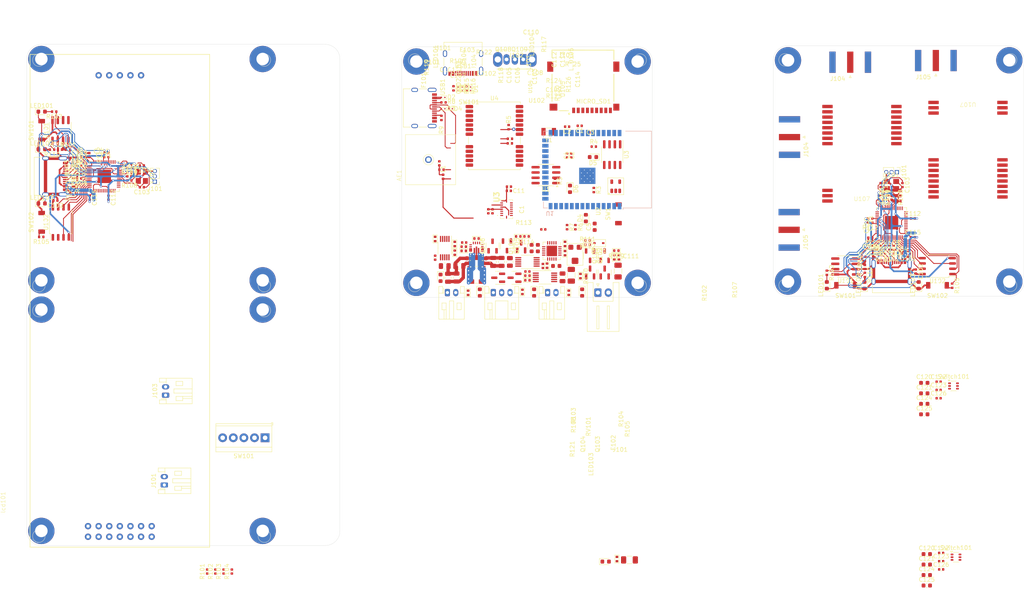
<source format=kicad_pcb>
(kicad_pcb (version 20240108) (generator "pcbnew") (generator_version "8.0")
  (layers (0 "F.Cu" signal) (31 "B.Cu" signal) (34 "B.Paste" user) (35 "F.Paste" user) (36 "B.SilkS" user "B.Silkscreen") (37 "F.SilkS" user "F.Silkscreen") (38 "B.Mask" user) (39 "F.Mask" user) (44 "Edge.Cuts" user))
  (net 0 "")
  (net 1 "GND")
  (net 2 "VDD")
  (net 3 "+BATT")
  (net 6 "Net-(U1-OSCI)")
  (net 7 "Net-(U1-OSCO)")
  (net 9 "unconnected-(U1-CLKO-Pad7)")
  (net 10 "VBUS")
  (net 11 "RESET")
  (net 12 "Net-(D4-A)")
  (net 13 "Net-(D5-A)")
  (net 14 "Net-(D6-A)")
  (net 15 "Net-(USB1-CC1)")
  (net 16 "Net-(USB1-CC2)")
  (net 17 "Net-(U2-MR)")
  (footprint "PCM_Resistor_SMD_AKL:R_0402_1005Metric" (layer "F.Cu") (at 137.81 75.73)
    (property "Reference" "R122")
    (property "Value" "100k" (hide yes))
  )
  (footprint "Capacitor_SMD:C_0603_1608Metric" (layer "F.Cu") (at 245.03 112.81)
    (property "Reference" "C121")
    (property "Value" "100p")
  )
  (footprint "Resistor_SMD:R_0402_1005Metric" (layer "F.Cu") (at 41.175 56.85 90)
    (property "Reference" "R103")
    (property "Value" "22k")
  )
  (footprint "PCM_Resistor_SMD_AKL:R_0402_1005Metric" (layer "F.Cu") (at 134.75 78.6925 180)
    (property "Reference" "R124")
    (property "Value" "470k" (hide yes))
  )
  (footprint "Package_SO:SOIC-8_3.9x4.9mm_P1.27mm" (layer "F.Cu") (at 170.3 55.65 -90)
    (property "Reference" "U3")
    (property "Value" "SN65HVD230")
  )
  (footprint "Package_SO:VSSOP-10_3x3mm_P0.5mm" (layer "F.Cu") (at 150 81.33 180)
    (property "Reference" "U102")
    (property "Value" "INA226")
  )
  (footprint "Connector_JST:JST_PH_S2B-PH-K_1x02_P2.00mm_Horizontal" (layer "F.Cu") (at 154.835 88.68)
    (property "Reference" "J104")
    (property "Value" "LiPo")
  )
  (footprint "LED_SMD:LED_0603_1608Metric" (layer "F.Cu") (at 168.735 153.1)
    (property "Reference" "LED101")
    (property "Value" "USB Power")
  )
  (footprint "LED_SMD:LED_0603_1608Metric" (layer "F.Cu") (at 138.6 88.68 -90)
    (property "Reference" "LED104")
    (property "Value" "Heater")
  )
  (footprint "Capacitor_SMD:C_0603_1608Metric" (layer "F.Cu") (at 245.63 158.83)
    (property "Reference" "C125")
    (property "Value" "10u")
  )
  (footprint "WOBCLibrary:E220-900T22S(JP)" (layer "F.Cu") (at 255.5 43.15 180)
    (property "Reference" "U107")
    (property "Value" "E220-900T22S(JP)")
  )
  (footprint "Package_SO:SOIC-8_5.23x5.23mm_P1.27mm" (layer "F.Cu") (at 248.2 82.34 180)
    (property "Reference" "U102")
    (property "Value" "W25Q128JVS")
  )
  (footprint "Package_SO:VSSOP-10_3x3mm_P0.5mm" (layer "F.Cu") (at 154.2 85.03)
    (property "Reference" "U103")
    (property "Value" "INA226")
  )
  (footprint "WOBCLibrary:Board_1U_60x60" (layer "F.Cu") (at 238.9 59.55)
    (property "Reference" "REF**" (hide yes))
    (property "Value" "Board_1U_60x60" (hide yes))
    (fp_line (start -30 26.5) (end -30 -26.5) (stroke (width 0.05)) (layer "Edge.Cuts"))
    (fp_line (start -26.5 -30) (end 26.5 -30) (stroke (width 0.05)) (layer "Edge.Cuts"))
    (fp_line (start 26.5 30) (end -26.5 30) (stroke (width 0.05)) (layer "Edge.Cuts"))
    (fp_line (start 30 -26.5) (end 30 26.5) (stroke (width 0.05)) (layer "Edge.Cuts"))
    (fp_arc (start -30 -26.5) (mid -28.974874 -28.974874) (end -26.5 -30) (stroke (width 0.05)) (layer "Edge.Cuts"))
    (fp_arc (start -26.5 30) (mid -28.974874 28.974874) (end -30 26.5) (stroke (width 0.05)) (layer "Edge.Cuts"))
    (fp_arc (start 26.5 -30) (mid 28.974874 -28.974874) (end 30 -26.5) (stroke (width 0.05)) (layer "Edge.Cuts"))
    (fp_arc (start 30 26.5) (mid 28.974874 28.974874) (end 26.5 30) (stroke (width 0.05)) (layer "Edge.Cuts"))
  )
  (footprint "Capacitor_SMD:C_0402_1005Metric" (layer "F.Cu") (at 242.3 75.435)
    (property "Reference" "C115")
    (property "Value" "100nF")
  )
  (footprint "Capacitor_SMD:C_0402_1005Metric" (layer "F.Cu") (at 128.9 57.73 90)
    (property "Reference" "C13" (hide yes))
    (property "Value" "100nF")
  )
  (footprint "Resistor_SMD:R_0402_1005Metric" (layer "F.Cu") (at 54.675 58.85 180)
    (property "Reference" "R109")
    (property "Value" "10k")
  )
  (footprint "PCM_Resistor_SMD_AKL:R_0402_1005Metric" (layer "F.Cu") (at 154.7 82.24 -90)
    (property "Reference" "R106")
    (property "Value" "100k" (hide yes))
  )
  (footprint "Capacitor_SMD:C_0402_1005Metric" (layer "F.Cu") (at 134.85 76.6925 180)
    (property "Reference" "C109")
    (property "Value" "100nF")
  )
  (footprint "Resistor_SMD:R_0402_1005Metric" (layer "F.Cu") (at 42.675 59.35)
    (property "Reference" "R106")
    (property "Value" "22.4")
  )
  (footprint "Capacitor_SMD:C_0402_1005Metric" (layer "F.Cu") (at 49.675 55.75 90)
    (property "Reference" "C111")
    (property "Value" "100nF")
  )
  (footprint "Capacitor_SMD:C_0402_1005Metric" (layer "F.Cu") (at 236.2 65.935 90)
    (property "Reference" "C106")
    (property "Value" "100nF")
  )
  (footprint "Capacitor_SMD:C_0603_1608Metric" (layer "F.Cu") (at 245.03 110.3)
    (property "Reference" "C120")
    (property "Value" "100p")
  )
  (footprint "LED_SMD:LED_0603_1608Metric" (layer "F.Cu") (at 163.995 70.8375 90)
    (property "Reference" "D4")
    (property "Value" "RESET")
  )
  (footprint "Diode_SMD:D_SOD-923" (layer "F.Cu") (at 41.175 58.85 -90)
    (property "Reference" "D103")
    (property "Value" "5V")
  )
  (footprint "Resistor_SMD:R_0402_1005Metric" (layer "F.Cu") (at 129.91 43.15)
    (property "Reference" "R8")
    (property "Value" "22k")
  )
  (footprint "Capacitor_SMD:C_0402_1005Metric" (layer "F.Cu") (at 232.1 76.535 180)
    (property "Reference" "C108")
    (property "Value" "100nF")
  )
  (footprint "Capacitor_SMD:C_0805_2012Metric" (layer "F.Cu") (at 143.8 81.33 -90)
    (property "Reference" "C105")
    (property "Value" "22uF")
  )
  (footprint "Diode_SMD:D_SOD-923" (layer "F.Cu") (at 129.82 44.65 180)
    (property "Reference" "D3")
    (property "Value" "5V")
  )
  (footprint "Capacitor_SMD:C_0402_1005Metric" (layer "F.Cu") (at 38.055 54.45)
    (property "Reference" "C101")
    (property "Value" "100nF")
  )
  (footprint "Package_TO_SOT_SMD:SOT-363_SC-70-6" (layer "F.Cu") (at 252.63 152.045)
    (property "Reference" "Switch101")
    (property "Value" "XA17-G4K1")
  )
  (footprint "WOBCLibrary:Board_2U_120x60" (layer "F.Cu") (at 60.1 89.25 90)
    (property "Reference" "REF**" (hide yes))
    (property "Value" "Board_2U_120x60" (hide yes))
    (fp_line (start 0 -30) (end 56.5 -30) (stroke (width 0.05)) (layer "Edge.Cuts"))
    (fp_line (start -56.5 -30) (end 0 -30) (stroke (width 0.05)) (layer "Edge.Cuts"))
    (fp_line (start 60 -26.5) (end 60 41.5) (stroke (width 0.05)) (layer "Edge.Cuts"))
    (fp_line (start -60 41.5) (end -60 -26.5) (stroke (width 0.05)) (layer "Edge.Cuts"))
    (fp_line (start 56.5 45) (end 0 45) (stroke (width 0.05)) (layer "Edge.Cuts"))
    (fp_line (start 0 45) (end -56.5 45) (stroke (width 0.05)) (layer "Edge.Cuts"))
    (fp_arc (start 56.5 -30) (mid 58.974874 -28.974874) (end 60 -26.5) (stroke (width 0.05)) (layer "Edge.Cuts"))
    (fp_arc (start -60 -26.5) (mid -58.974874 -28.974874) (end -56.5 -30) (stroke (width 0.05)) (layer "Edge.Cuts"))
    (fp_arc (start 60 41.5) (mid 58.974874 43.974874) (end 56.5 45) (stroke (width 0.05)) (layer "Edge.Cuts"))
    (fp_arc (start -56.5 45) (mid -58.974874 43.974874) (end -60 41.5) (stroke (width 0.05)) (layer "Edge.Cuts"))
  )
  (footprint "Connector_Coaxial:SMA_Amphenol_132289_EdgeMount" (layer "F.Cu") (at 247.8 33.1125 90)
    (property "Reference" "J105")
    (property "Value" "SMA")
  )
  (footprint "Resistor_SMD:R_0402_1005Metric" (layer "F.Cu") (at 156.605 61.9475 -90)
    (property "Reference" "R5")
    (property "Value" "470")
  )
  (footprint "Capacitor_SMD:C_0402_1005Metric" (layer "F.Cu") (at 79.22 155.48 90)
    (property "Reference" "R104")
    (property "Value" "3K3")
  )
  (footprint "LED_SMD:LED_0603_1608Metric" (layer "F.Cu") (at 33.675 54.35)
    (property "Reference" "LED102")
    (property "Value" "STAT")
  )
  (footprint "Resistor_SMD:R_0402_1005Metric" (layer "F.Cu") (at 42.675 58.35)
    (property "Reference" "R107")
    (property "Value" "22.4")
  )
  (footprint "Connector_USB:USB_C_Receptacle_XKB_U262-16XN-4BVC11" (layer "F.Cu") (at 134.58 32.525 180)
    (property "Reference" "USB1")
    (property "Value" "USB_C_Receptacle_USB2.0")
  )
  (footprint "Resistor_SMD:R_0402_1005Metric" (layer "F.Cu") (at 135.4 39.76 90)
    (property "Reference" "R2")
    (property "Value" "22k")
  )
  (footprint "Capacitor_SMD:C_0402_1005Metric" (layer "F.Cu") (at 159.495 55.845 -90)
    (property "Reference" "C2")
    (property "Value" "100nF")
  )
  (footprint "Resistor_SMD:R_0402_1005Metric" (layer "F.Cu") (at 234.2 65.935 -90)
    (property "Reference" "R111")
    (property "Value" "10k")
  )
  (footprint "Capacitor_SMD:C_0402_1005Metric" (layer "F.Cu") (at 141.6325 69.21375 -90)
    (property "Reference" "C10" (hide yes))
    (property "Value" "100nF" (hide yes))
  )
  (footprint "Capacitor_SMD:C_0402_1005Metric" (layer "F.Cu") (at 232.1 75.535 180)
    (property "Reference" "C114" (hide yes))
    (property "Value" "100nF")
  )
  (footprint "Connector_USB:USB_C_Receptacle_XKB_U262-16XN-4BVC11" (layer "F.Cu") (at 237.2 84.935)
    (property "Reference" "USB101")
    (property "Value" "USB_C_Receptacle_USB2.0")
  )
  (footprint "Package_SO:SOIC-8_3.9x4.9mm_P1.27mm" (layer "F.Cu") (at 38.175 49.85 90)
    (property "Reference" "U101")
    (property "Value" "SN65HVD230")
  )
  (footprint "PCM_Resistor_SMD_AKL:R_0402_1005Metric" (layer "F.Cu") (at 132.6 77.04 -90)
    (property "Reference" "R120")
    (property "Value" "470k" (hide yes))
  )
  (footprint "Resistor_SMD:R_0402_1005Metric" (layer "F.Cu") (at 235.7 77.935 90)
    (property "Reference" "R106")
    (property "Value" "22.4")
  )
  (footprint "LED_SMD:LED_0603_1608Metric" (layer "F.Cu") (at 243.7 86.935 90)
    (property "Reference" "LED103")
    (property "Value" "ERROR")
  )
  (footprint "PCM_Package_TO_SOT_SMD_AKL:SOT-23-5" (layer "F.Cu") (at 171.145 63.225 90)
    (property "Reference" "U2")
    (property "Value" "TPS3820" (hide yes))
  )
  (footprint "Connector_JST:JST_PH_S3B-PH-K_1x03_P2.00mm_Horizontal" (layer "F.Cu") (at 141.835 88.68)
    (property "Reference" "J102")
    (property "Value" "Temp&Heater")
  )
  (footprint "Resistor_SMD:R_0402_1005Metric" (layer "F.Cu") (at 41.175 62.85 -90)
    (property "Reference" "R104")
    (property "Value" "22k")
  )
  (footprint "Capacitor_SMD:C_0402_1005Metric" (layer "F.Cu") (at 45.175 65.95 -90)
    (property "Reference" "C115")
    (property "Value" "100nF")
  )
  (footprint "Package_DFN_QFN:QFN-56-1EP_7x7mm_P0.4mm_EP3.2x3.2mm" (layer "F.Cu") (at 48.675 60.85 90)
    (property "Reference" "U103")
    (property "Value" "RP2040")
  )
  (footprint "Resistor_SMD:R_0402_1005Metric" (layer "F.Cu") (at 132.3 39.77 -90)
    (property "Reference" "R1")
    (property "Value" "22k")
  )
  (footprint "Resistor_SMD:R_0402_1005Metric" (layer "F.Cu") (at 129.41 59.25 180)
    (property "Reference" "R7" (hide yes))
    (property "Value" "10")
  )
  (footprint "PCM_Resistor_SMD_AKL:R_0402_1005Metric" (layer "F.Cu") (at 147.8 75.23)
    (property "Reference" "R113")
    (property "Value" "100k" (hide yes))
  )
  (footprint "Capacitor_SMD:C_0603_1608Metric" (layer "F.Cu") (at 245.03 115.32)
    (property "Reference" "C124")
    (property "Value" "100p")
  )
  (footprint "PCM_Resistor_SMD_AKL:R_0402_1005Metric" (layer "F.Cu") (at 171.3 78.63 180)
    (property "Reference" "R109")
    (property "Value" "100k" (hide yes))
  )
  (footprint "Diode_SMD:D_SOD-923" (layer "F.Cu") (at 129.82 41.95 180)
    (property "Reference" "D2")
    (property "Value" "5V")
  )
  (footprint "Capacitor_SMD:C_0402_1005Metric" (layer "F.Cu") (at 248.47 112)
    (property "Reference" "C123")
    (property "Value" "100n")
  )
  (footprint "Crystal:Crystal_SMD_3215-2Pin_3.2x1.5mm" (layer "F.Cu") (at 155.1 50.15 180)
    (property "Reference" "Y1")
    (property "Value" "Crystal")
  )
  (footprint "Capacitor_SMD:C_0402_1005Metric" (layer "F.Cu") (at 145.5525 64.31375)
    (property "Reference" "C11")
    (property "Value" "100nF" (hide yes))
  )
  (footprint "Package_TO_SOT_SMD:SOT-23-3" (layer "F.Cu") (at 145.1 77.4925 -90)
    (property "Reference" "Q105")
    (property "Value" "Q_PNP_BEC")
  )
  (footprint "Capacitor_SMD:C_0402_1005Metric" (layer "F.Cu") (at 165.295 50.325)
    (property "Reference" "C3")
    (property "Value" "100nF")
  )
  (footprint "Inductor_SMD:L_Wuerth_WE-TPC-3816" (layer "F.Cu") (at 137.8 84.43 -90)
    (property "Reference" "L101")
    (property "Value" "L")
  )
  (footprint "Capacitor_SMD:C_0402_1005Metric" (layer "F.Cu") (at 236.7 77.935 -90)
    (property "Reference" "C110")
    (property "Value" "100nF")
  )
  (footprint "Capacitor_SMD:C_0402_1005Metric" (layer "F.Cu") (at 233.7 77.935 90)
    (property "Reference" "C107")
    (property "Value" "1uF")
  )
  (footprint "Resistor_SMD:R_0402_1005Metric" (layer "F.Cu") (at 233.2 79.435 180)
    (property "Reference" "R103")
    (property "Value" "22k")
  )
  (footprint "Diode_SMD:D_SOD-923" (layer "F.Cu") (at 136.4 39.87 -90)
    (property "Reference" "D1")
    (property "Value" "5V")
  )
  (footprint "LED_SMD:LED_0603_1608Metric" (layer "F.Cu") (at 163.1 88.68 -90)
    (property "Reference" "LED103")
    (property "Value" "Backup Power")
  )
  (footprint "Diode_SMD:D_SOD-923" (layer "F.Cu") (at 237.2 79.435 180)
    (property "Reference" "D102")
    (property "Value" "5V")
  )
  (footprint "Button_Switch_THT:SW_CuK_OS102011MA1QN1_SPDT_Angled" (layer "F.Cu") (at 149 32.85 180)
    (property "Reference" "SW101")
    (property "Value" "Power Switch")
  )
  (footprint "Capacitor_SMD:C_0402_1005Metric" (layer "F.Cu") (at 234.6 62.935 -90)
    (property "Reference" "C104")
    (property "Value" "27pF")
  )
  (footprint "Capacitor_SMD:C_0805_2012Metric" (layer "F.Cu") (at 131 85.13 -90)
    (property "Reference" "C113")
    (property "Value" "22uF")
  )
  (footprint "Connector_Coaxial:SMA_Amphenol_132289_EdgeMount" (layer "F.Cu") (at 212.6625 73.65 180)
    (property "Reference" "J105")
    (property "Value" "SMA")
  )
  (footprint "WOBCLibrary:SC2004CSWB" (layer "F.Cu") (at 52.4 90.65 90)
    (property "Reference" "lcd101")
    (property "Value" "SC2004CSWB-XA-LB-G")
  )
  (footprint "TerminalBlock_TE-Connectivity:TerminalBlock_TE_282834-5_1x05_P2.54mm_Horizontal" (layer "F.Cu") (at 87.18 123.45 180)
    (property "Reference" "SW101")
    (property "Value" "sw1")
  )
  (footprint "Fuse:Fuse_1206_3216Metric" (layer "F.Cu") (at 160.5 84.53 90)
    (property "Reference" "F103")
    (property "Value" "Polyfuse")
  )
  (footprint "PCM_Resistor_SMD_AKL:R_0402_1005Metric" (layer "F.Cu") (at 127.9 75.84 90)
    (property "Reference" "R119")
    (property "Value" "10k" (hide yes))
  )
  (footprint "Capacitor_SMD:C_0402_1005Metric" (layer "F.Cu") (at 145.5775 63.31375)
    (property "Reference" "C12" (hide yes))
    (property "Value" "10μF" (hide yes))
  )
  (footprint "Capacitor_SMD:C_0402_1005Metric" (layer "F.Cu") (at 54.675 59.85)
    (property "Reference" "C106")
    (property "Value" "100nF")
  )
  (footprint "Resistor_SMD:R_0402_1005Metric" (layer "F.Cu") (at 145.81 51.85)
    (property "Reference" "R3" (hide yes))
    (property "Value" "33")
  )
  (footprint "RF_GPS:ublox_NEO" (layer "F.Cu") (at 142.1 51.15)
    (property "Reference" "U4")
    (property "Value" "NEO-M9N")
  )
  (footprint "Resistor_SMD:R_0402_1005Metric" (layer "F.Cu") (at 54.675 61.85 180)
    (property "Reference" "R108")
    (property "Value" "1k")
  )
  (footprint "Capacitor_SMD:C_0603_1608Metric" (layer "F.Cu") (at 136.3 80.48)
    (property "Reference" "C110")
    (property "Value" "10uF")
  )
  (footprint "Capacitor_SMD:C_0402_1005Metric" (layer "F.Cu") (at 42.675 56.35)
    (property "Reference" "C109")
    (property "Value" "1uF")
  )
  (footprint "WOBCLibrary:E220-900T22S(JP)" (layer "F.Cu") (at 230.1 66.75)
    (property "Reference" "U107")
    (property "Value" "E220-900T22S(JP)")
  )
  (footprint "Package_SO:SOIC-8_3.9x4.9mm_P1.27mm" (layer "F.Cu") (at 226.2 82.435 180)
    (property "Reference" "U101")
    (property "Value" "SN65HVD230")
  )
  (footprint "Resistor_SMD:R_0805_2012Metric" (layer "F.Cu") (at 158.4 85.03 -90)
    (property "Reference" "R121")
    (property "Value" "50mΩ")
  )
  (footprint "Package_TO_SOT_SMD:SOT-23" (layer "F.Cu") (at 143 85.13 180)
    (property "Reference" "Q109")
    (property "Value" "Q_PMOS_GSD")
  )
  (footprint "Capacitor_SMD:C_0402_1005Metric" (layer "F.Cu") (at 42.675 57.35)
    (property "Reference" "C107")
    (property "Value" "1uF")
  )
  (footprint "PCM_Resistor_SMD_AKL:R_0402_1005Metric" (layer "F.Cu") (at 135.8 88.74 -90)
    (property "Reference" "R117")
    (property "Value" "1k" (hide yes))
  )
  (footprint "Resistor_SMD:R_0402_1005Metric" (layer "F.Cu") (at 234.7 77.935 90)
    (property "Reference" "R107")
    (property "Value" "22.4")
  )
  (footprint "PCM_Resistor_SMD_AKL:R_0402_1005Metric" (layer "F.Cu") (at 150 85.73)
    (property "Reference" "R115")
    (property "Value" "10k" (hide yes))
  )
  (footprint "Capacitor_SMD:C_0603_1608Metric" (layer "F.Cu") (at 245.03 117.83)
    (property "Reference" "C125")
    (property "Value" "10u")
  )
  (footprint "WOBCLibrary:TVAF06-A020B-R" (layer "F.Cu") (at 171.795 69.825 180)
    (property "Reference" "SW1")
    (property "Value" "RESET")
  )
  (footprint "Capacitor_SMD:C_0402_1005Metric" (layer "F.Cu") (at 150 83.63)
    (property "Reference" "C102")
    (property "Value" "100nF")
  )
  (footprint "Resistor_SMD:R_0402_1005Metric" (layer "F.Cu") (at 235.2 65.935 -90)
    (property "Reference" "R109")
    (property "Value" "10k")
  )
  (footprint "Resistor_SMD:R_0402_1005Metric" (layer "F.Cu") (at 232.09 71.935 180)
    (property "Reference" "R112")
    (property "Value" "1k")
  )
  (footprint "Resistor_SMD:R_0402_1005Metric" (layer "F.Cu") (at 230.8 84.435 -90)
    (property "Reference" "R110")
    (property "Value" "1k")
  )
  (footprint "LED_SMD:LED_0603_1608Metric" (layer "F.Cu") (at 129.2 85.1425 -90)
    (property "Reference" "LED105")
    (property "Value" "VDD")
  )
  (footprint "Capacitor_SMD:C_0603_1608Metric" (layer "F.Cu") (at 151 78.03 -90)
    (property "Reference" "C103")
    (property "Value" "10uF")
  )
  (footprint "Package_DFN_QFN:QFN-20-1EP_4x4mm_P0.5mm_EP2.5x2.5mm" (layer "F.Cu") (at 155.8375 78.705 -90)
    (property "Reference" "U101")
    (property "Value" "MCP73871-1CC")
  )
  (footprint "Connector_JST:JST_XH_S2B-XH-A_1x02_P2.50mm_Horizontal" (layer "F.Cu") (at 166.875 88.68)
    (property "Reference" "J101")
    (property "Value" "Battery")
  )
  (footprint "Crystal:Crystal_SMD_3225-4Pin_3.2x2.5mm" (layer "F.Cu") (at 237.2 62.935)
    (property "Reference" "Y101")
    (property "Value" "Crystal_GND24")
  )
  (footprint "LED_SMD:LED_0603_1608Metric" (layer "F.Cu") (at 221.7 86.935 90)
    (property "Reference" "LED101")
    (property "Value" "RESET")
  )
  (footprint "Connector_JST:JST_PH_S2B-PH-K_1x02_P2.00mm_Horizontal" (layer "F.Cu") (at 130.835 88.68)
    (property "Reference" "J103")
    (property "Value" "Ext Switch")
  )
  (footprint "Package_TO_SOT_SMD:SOT-23" (layer "F.Cu") (at 168.5 83.8675 90)
    (property "Reference" "Q103")
    (property "Value" "Q_PMOS_GSD")
  )
  (footprint "Resistor_SMD:R_0402_1005Metric" (layer "F.Cu") (at 145.79 52.95)
    (property "Reference" "R4" (hide yes))
    (property "Value" "33")
  )
  (footprint "PCM_Resistor_SMD_AKL:R_0402_1005Metric" (layer "F.Cu") (at 164.4 76.23 180)
    (property "Reference" "R112")
    (property "Value" "100k" (hide yes))
  )
  (footprint "Package_TO_SOT_SMD:SOT-363_SC-70-6" (layer "F.Cu") (at 252.03 111.045)
    (property "Reference" "Switch101")
    (property "Value" "XA17-G4K1")
  )
  (footprint "Capacitor_SMD:C_0402_1005Metric" (layer "F.Cu") (at 239.8 62.935 -90)
    (property "Reference" "C103")
    (property "Value" "27pF")
  )
  (footprint "Capacitor_SMD:C_0402_1005Metric" (layer "F.Cu") (at 162.52 48.75 180)
    (property "Reference" "C1")
    (property "Value" "10uF")
  )
  (footprint "Resistor_SMD:R_0402_1005Metric" (layer "F.Cu") (at 165.895 64.125 -90)
    (property "Reference" "R3")
    (property "Value" "470")
  )
  (footprint "Resistor_SMD:R_0402_1005Metric" (layer "F.Cu") (at 161.485 73.015 -90)
    (property "Reference" "R6")
    (property "Value" "10k")
  )
  (footprint "Resistor_SMD:R_0402_1005Metric" (layer "F.Cu") (at 129.4 46.86 -90)
    (property "Reference" "R9")
    (property "Value" "22k")
  )
  (footprint "Resistor_SMD:R_0402_1005Metric" (layer "F.Cu") (at 159.495 73.015 -90)
    (property "Reference" "R7")
    (property "Value" "10k")
  )
  (footprint "Resistor_SMD:R_0402_1005Metric" (layer "F.Cu") (at 33.575 75.35 180)
    (property "Reference" "R105")
    (property "Value" "1k")
  )
  (footprint "PCM_Resistor_SMD_AKL:R_0402_1005Metric" (layer "F.Cu") (at 171.9 80.23 -90)
    (property "Reference" "R105")
    (property "Value" "100k" (hide yes))
  )
  (footprint "Capacitor_SMD:C_0402_1005Metric" (layer "F.Cu") (at 243 83.635 -90)
    (property "Reference" "C102")
    (property "Value" "100nF")
  )
  (footprint "Capacitor_SMD:C_0402_1005Metric" (layer "F.Cu") (at 249.07 153)
    (property "Reference" "C123")
    (property "Value" "100n")
  )
  (footprint "WOBCLibrary:TVAF06-A020B-R" (layer "F.Cu") (at 33.675 71.85 180)
    (property "Reference" "SW102")
    (property "Value" "BOOT0")
  )
  (footprint "PCM_Resistor_SMD_AKL:R_0402_1005Metric" (layer "F.Cu") (at 159 77.03 -90)
    (property "Reference" "R103")
    (property "Value" "1k" (hide yes))
  )
  (footprint "Connector_Coaxial:SMA_Amphenol_132289_EdgeMount" (layer "F.Cu") (at 227.3 33.5125 90)
    (property "Reference" "J104")
    (property "Value" "SMA")
  )
  (footprint "Package_TO_SOT_SMD:SOT-23" (layer "F.Cu") (at 146.9 85.13 180)
    (property "Reference" "Q108")
    (property "Value" "Q_NPN_BEC")
  )
  (footprint "Capacitor_SMD:C_0402_1005Metric" (layer "F.Cu") (at 75.28 155.48 90)
    (property "Reference" "R102")
    (property "Value" "3K3")
  )
  (footprint "Diode_SMD:D_SOD-923" (layer "F.Cu") (at 41.175 64.85 90)
    (property "Reference" "D101")
    (property "Value" "5V")
  )
  (footprint "Capacitor_SMD:C_0805_2012Metric" (layer "F.Cu") (at 133.7 82.33)
    (property "Reference" "C111")
    (property "Value" "22uF")
  )
  (footprint "Capacitor_SMD:C_0402_1005Metric" (layer "F.Cu") (at 49.675 65.95 -90)
    (property "Reference" "C112")
    (property "Value" "100nF")
  )
  (footprint "Capacitor_SMD:C_0402_1005Metric" (layer "F.Cu") (at 153.7 82.305 90)
    (property "Reference" "C107")
    (property "Value" "100nF")
  )
  (footprint "Capacitor_SMD:C_0402_1005Metric" (layer "F.Cu") (at 44.075 55.75 90)
    (property "Reference" "C108")
    (property "Value" "100nF")
  )
  (footprint "WOBCLibrary:TF-01A" (layer "F.Cu") (at 163.2962 37.8806 180)
    (property "Reference" "MICRO_SD1")
    (property "Value" "TF-01A")
  )
  (footprint "PCM_Resistor_SMD_AKL:R_0402_1005Metric" (layer "F.Cu") (at 150 84.63 180)
    (property "Reference" "R116")
    (property "Value" "100k" (hide yes))
  )
  (footprint "Capacitor_SMD:C_0402_1005Metric" (layer "F.Cu") (at 248.47 113.97)
    (property "Reference" "C126")
    (property "Value" "100n")
  )
  (footprint "Resistor_SMD:R_0402_1005Metric" (layer "F.Cu") (at 54.675 57.85 180)
    (property "Reference" "R111")
    (property "Value" "10k")
  )
  (footprint "Capacitor_SMD:C_0603_1608Metric" (layer "F.Cu") (at 139.275 80.48 180)
    (property "Reference" "C108")
    (property "Value" "10uF")
  )
  (footprint "Resistor_SMD:R_0402_1005Metric" (layer "F.Cu") (at 239.2 79.435)
    (property "Reference" "R104")
    (property "Value" "22k")
  )
  (footprint "WOBCLibrary:TVAF06-A020B-R" (layer "F.Cu") (at 226.2 86.935 -90)
    (property "Reference" "SW101")
    (property "Value" "RESET")
  )
  (footprint "PCM_Resistor_SMD_AKL:R_0402_1005Metric" (layer "F.Cu") (at 148.8 88.52 -90)
    (property "Reference" "R102")
    (property "Value" "1k" (hide yes))
  )
  (footprint "Resistor_SMD:R_0402_1005Metric" (layer "F.Cu") (at 36.675 45.35 180)
    (property "Reference" "R102")
    (property "Value" "1k")
  )
  (footprint "Capacitor_SMD:C_0402_1005Metric" (layer "F.Cu") (at 45.075 55.75 90)
    (property "Reference" "C114" (hide yes))
    (property "Value" "100nF")
  )
  (footprint "Capacitor_SMD:C_0402_1005Metric" (layer "F.Cu") (at 249.07 154.97)
    (property "Reference" "C126")
    (property "Value" "100n")
  )
  (footprint "Capacitor_SMD:C_0603_1608Metric" (layer "F.Cu") (at 245.63 151.3)
    (property "Reference" "C120")
    (property "Value" "100p")
  )
  (footprint "Package_TO_SOT_SMD:SOT-23-3" (layer "F.Cu") (at 141.65 77.53 90)
    (property "Reference" "Q106")
    (property "Value" "Q_PNP_BEC")
  )
  (footprint "Resistor_SMD:R_0402_1005Metric" (layer "F.Cu") (at 238.2 65.935 -90)
    (property "Reference" "R108")
    (property "Value" "1k")
  )
  (footprint "Package_TO_SOT_SMD:SOT-23" (layer "F.Cu") (at 148.5 77.63 90)
    (property "Reference" "Q107")
    (property "Value" "Q_PMOS_GSD")
  )
  (footprint "Capacitor_SMD:C_0402_1005Metric" (layer "F.Cu") (at 249.07 151.03)
    (property "Reference" "C122")
    (property "Value" "100n")
  )
  (footprint "Crystal:Crystal_SMD_3225-4Pin_3.2x2.5mm" (layer "F.Cu") (at 57.675 60.85 -90)
    (property "Reference" "Y101")
    (property "Value" "Crystal_GND24")
  )
  (footprint "Diode_SMD:D_SOD-923" (layer "F.Cu") (at 131.6 44.65 180)
    (property "Reference" "D4")
    (property "Value" "5V")
  )
  (footprint "Capacitor_SMD:C_0603_1608Metric" (layer "F.Cu") (at 156.9 82.305 180)
    (property "Reference" "C104")
    (property "Value" "10uF")
  )
  (footprint "WOBCLibrary:TVAF06-A020B-R" (layer "F.Cu") (at 33.675 49.85 180)
    (property "Reference" "SW101")
    (property "Value" "RESET")
  )
  (footprint "Fuse:Fuse_1206_3216Metric" (layer "F.Cu") (at 174.435 152.7 180)
    (property "Reference" "F101")
    (property "Value" "Polyfuse")
  )
  (footprint "Resistor_SMD:R_0402_1005Metric" (layer "F.Cu") (at 36.175 54.45 180)
    (property "Reference" "R110")
    (property "Value" "1k")
  )
  (footprint "Capacitor_SMD:C_0402_1005Metric" (layer "F.Cu") (at 42.675 61.35 180)
    (property "Reference" "C105")
    (property "Value" "100nF")
  )
  (footprint "LED_SMD:LED_0603_1608Metric" (layer "F.Cu") (at 33.675 45.35)
    (property "Reference" "LED101")
    (property "Value" "RESET")
  )
  (footprint "Diode_SMD:D_SOD-923" (layer "F.Cu") (at 133.4 39.87 -90)
    (property "Reference" "D2")
    (property "Value" "5V")
  )
  (footprint "PCM_Resistor_SMD_AKL:R_0402_1005Metric" (layer "F.Cu") (at 162.7 84.73 -90)
    (property "Reference" "R110")
    (property "Value" "100k" (hide yes))
  )
  (footprint "Capacitor_SMD:C_0402_1005Metric" (layer "F.Cu") (at 127.9 80.33 -90)
    (property "Reference" "C114")
    (property "Value" "100nF")
  )
  (footprint "Inductor_SMD:L_0402_1005Metric" (layer "F.Cu") (at 129.8 60.95 90)
    (property "Reference" "L1")
    (property "Value" "27nH, 300mA")
  )
  (footprint "Capacitor_SMD:C_0402_1005Metric" (layer "F.Cu") (at 73.31 155.48 90)
    (property "Reference" "R101")
    (property "Value" "1k")
  )
  (footprint "Package_SO:SOIC-8_5.23x5.23mm_P1.27mm" (layer "F.Cu") (at 38.27 71.85 90)
    (property "Reference" "U102")
    (property "Value" "W25Q128JVS")
  )
  (footprint "Capacitor_SMD:C_0402_1005Metric" (layer "F.Cu") (at 54.675 60.85)
    (property "Reference" "C113")
    (property "Value" "100nF")
  )
  (footprint "Capacitor_SMD:C_0603_1608Metric" (layer "F.Cu") (at 166.1 72.925 90)
    (property "Reference" "C5")
    (property "Value" "10uF")
  )
  (footprint "LED_SMD:LED_0603_1608Metric" (layer "F.Cu") (at 165.695 56.225 180)
    (property "Reference" "D5")
    (property "Value" "ERROR")
  )
  (footprint "Package_TO_SOT_SMD:SOT-23-3" (layer "F.Cu") (at 165 79.83 -90)
    (property "Reference" "Q102")
    (property "Value" "Q_NMOS_GSD")
  )
  (footprint "Resistor_SMD:R_0402_1005Metric" (layer "F.Cu") (at 221.7 83.935 -90)
    (property "Reference" "R102")
    (property "Value" "1k")
  )
  (footprint "PCM_Resistor_SMD_AKL:R_0402_1005Metric" (layer "F.Cu") (at 149.8 75.23 180)
    (property "Reference" "R114")
    (property "Value" "100k" (hide yes))
  )
  (footprint "Connector_JST:JST_PH_S2B-PH-K_1x02_P2.00mm_Horizontal" (layer "F.Cu") (at 63.35 113.25 90)
    (property "Reference" "J103")
    (property "Value" "sw2")
  )
  (footprint "LED_SMD:LED_0603_1608Metric" (layer "F.Cu") (at 33.675 67.35)
    (property "Reference" "LED103")
    (property "Value" "ERROR")
  )
  (footprint "Resistor_SMD:R_0805_2012Metric" (layer "F.Cu") (at 145.8 81.33 -90)
    (property "Reference" "R118")
    (property "Value" "50mΩ")
  )
  (footprint "Capacitor_SMD:C_0402_1005Metric" (layer "F.Cu") (at 140.6325 69.21375 -90)
    (property "Reference" "C9" (hide yes))
    (property "Value" "10μF" (hide yes))
  )
  (footprint "WOBCLibrary:BMI088" (layer "F.Cu") (at 144.9975 68.71625 90)
    (property "Reference" "U3")
    (property "Value" "~" (hide yes))
  )
  (footprint "Diode_SMD:D_SOD-923" (layer "F.Cu") (at 241.2 79.435 180)
    (property "Reference" "D101")
    (property "Value" "5V")
  )
  (footprint "Diode_SMD:D_SOD-923" (layer "F.Cu") (at 41.175 60.85 90)
    (property "Reference" "D102")
    (property "Value" "5V")
  )
  (footprint "Capacitor_SMD:C_0402_1005Metric" (layer "F.Cu") (at 242.3 70.935)
    (property "Reference" "C112")
    (property "Value" "100nF")
  )
  (footprint "Diode_SMD:D_SOD-323" (layer "F.Cu") (at 167.1 76.83 180)
    (property "Reference" "D101")
    (property "Value" "D_Schottky")
  )
  (footprint "Capacitor_SMD:C_0402_1005Metric" (layer "F.Cu") (at 237.2 65.935 90)
    (property "Reference" "C113")
    (property "Value" "100nF")
  )
  (footprint "Capacitor_SMD:C_0603_1608Metric" (layer "F.Cu") (at 245.63 153.81)
    (property "Reference" "C121")
    (property "Value" "100p")
  )
  (footprint "Package_SO:SOIC-8_3.9x4.9mm_P1.27mm" (layer "F.Cu") (at 154.425 60.555 180)
    (property "Reference" "U1")
    (property "Value" "PCF8563T")
  )
  (footprint "Capacitor_SMD:C_0402_1005Metric" (layer "F.Cu") (at 160.495 55.845 90)
    (property "Reference" "C4")
    (property "Value" "100nF")
  )
  (footprint "Capacitor_SMD:C_0603_1608Metric" (layer "F.Cu") (at 152.5 78.03 -90)
    (property "Reference" "C101")
    (property "Value" "10uF")
  )
  (footprint "Capacitor_SMD:C_0402_1005Metric" (layer "F.Cu") (at 36.975 66.65 180)
    (property "Reference" "C102")
    (property "Value" "100nF")
  )
  (footprint "Capacitor_SMD:C_0402_1005Metric" (layer "F.Cu") (at 159.5 48.95 180)
    (property "Reference" "C2")
    (property "Value" "100nF")
  )
  (footprint "Connector_PinHeader_1.27mm:PinHeader_1x03_P1.27mm_Vertical" (layer "F.Cu") (at 238.47 59.835 -90)
    (property "Reference" "J101")
    (property "Value" "DEBUG")
  )
  (footprint "Resistor_SMD:R_0805_2012Metric" (layer "F.Cu") (at 130.2 82.33 180)
    (property "Reference" "R125")
    (property "Value" "50mΩ")
  )
  (footprint "WOBCLibrary:GNSS_Antenna_1212" (layer "F.Cu") (at 126.8 56.85 90)
    (property "Reference" "AE1")
    (property "Value" "Antenna")
  )
  (footprint "Capacitor_SMD:C_0402_1005Metric" (layer "F.Cu") (at 57.675 63.45 180)
    (property "Reference" "C103")
    (property "Value" "27pF")
  )
  (footprint "Capacitor_SMD:C_0402_1005Metric" (layer "F.Cu") (at 77.25 155.48 90)
    (property "Reference" "R103")
    (property "Value" "3K3")
  )
  (footprint "WOBCLibrary:TVAF06-A020B-R" (layer "F.Cu") (at 248.2 86.935 -90)
    (property "Reference" "SW102")
    (property "Value" "BOOT0")
  )
  (footprint "LED_SMD:LED_0603_1608Metric" (layer "F.Cu") (at 230.7 86.935 90)
    (property "Reference" "LED102")
    (property "Value" "STAT")
  )
  (footprint "Package_TO_SOT_SMD:SOT-23" (layer "F.Cu") (at 165 83.8675 90)
    (property "Reference" "Q104")
    (property "Value" "Q_PMOS_GSD")
  )
  (footprint "PCM_Potentiometer_SMD_AKL:Potentiometer_Bourns_TC33X_Vertical" (layer "F.Cu") (at 161.4 79.63 -90)
    (property "Reference" "RV101")
    (property "Value" "10k" (hide yes))
  )
  (footprint "Capacitor_SMD:C_0402_1005Metric" (layer "F.Cu") (at 42.675 60.35 180)
    (property "Reference" "C110")
    (property "Value" "100nF")
  )
  (footprint "LED_SMD:LED_0603_1608Metric" (layer "F.Cu") (at 151.6 88.68 -90)
    (property "Reference" "LED102")
    (property "Value" "CHARGE")
  )
  (footprint "Resistor_SMD:R_0402_1005Metric" (layer "F.Cu") (at 39.975 54.45)
    (property "Reference" "R101")
    (property "Value" "10k")
  )
  (footprint "Capacitor_SMD:C_0402_1005Metric" (layer "F.Cu") (at 237.7 77.935 -90)
    (property "Reference" "C105")
    (property "Value" "100nF")
  )
  (footprint "Connector_USB:USB_C_Receptacle_XKB_U262-16XN-4BVC11" (layer "F.Cu") (at 35.675 60.85 -90)
    (property "Reference" "USB101")
    (property "Value" "USB_C_Receptacle_USB2.0")
  )
  (footprint "Resistor_SMD:R_0402_1005Metric" (layer "F.Cu") (at 251.7 87.035 -90)
    (property "Reference" "R105")
    (property "Value" "1k")
  )
  (footprint "Package_DFN_QFN:QFN-56-1EP_7x7mm_P0.4mm_EP3.2x3.2mm" (layer "F.Cu") (at 237.2 71.935 180)
    (property "Reference" "U103")
    (property "Value" "RP2040")
  )
  (footprint "PCM_Resistor_SMD_AKL:R_0402_1005Metric" (layer "F.Cu") (at 170.8 80.23 -90)
    (property "Reference" "R104")
    (property "Value" "470k" (hide yes))
  )
  (footprint "WOBCLibrary:Board_1U_60x60" (layer "F.Cu") (at 149.9 59.85)
    (property "Reference" "REF**" (hide yes))
    (property "Value" "Board_1U_60x60" (hide yes))
    (fp_line (start -30 26.5) (end -30 -26.5) (stroke (width 0.05)) (layer "Edge.Cuts"))
    (fp_line (start -26.5 -30) (end 26.5 -30) (stroke (width 0.05)) (layer "Edge.Cuts"))
    (fp_line (start 26.5 30) (end -26.5 30) (stroke (width 0.05)) (layer "Edge.Cuts"))
    (fp_line (start 30 -26.5) (end 30 26.5) (stroke (width 0.05)) (layer "Edge.Cuts"))
    (fp_arc (start -30 -26.5) (mid -28.974874 -28.974874) (end -26.5 -30) (stroke (width 0.05)) (layer "Edge.Cuts"))
    (fp_arc (start -26.5 30) (mid -28.974874 28.974874) (end -30 26.5) (stroke (width 0.05)) (layer "Edge.Cuts"))
    (fp_arc (start 26.5 -30) (mid 28.974874 -28.974874) (end 30 -26.5) (stroke (width 0.05)) (layer "Edge.Cuts"))
    (fp_arc (start 30 26.5) (mid 28.974874 28.974874) (end 26.5 30) (stroke (width 0.05)) (layer "Edge.Cuts"))
  )
  (footprint "Fuse:Fuse_1206_3216Metric" (layer "F.Cu") (at 171.7 83.53 90)
    (property "Reference" "F102")
    (property "Value" "Polyfuse")
  )
  (footprint "Capacitor_SMD:C_0402_1005Metric" (layer "F.Cu") (at 248.47 110.03)
    (property "Reference" "C122")
    (property "Value" "100n")
  )
  (footprint "PCM_Resistor_SMD_AKL:R_0402_1005Metric" (layer "F.Cu") (at 132.6 79.13 90)
    (property "Reference" "R126")
    (property "Value" "1k" (hide yes))
  )
  (footprint "Connector_USB:USB_C_Receptacle_XKB_U262-16XN-4BVC11" (layer "F.Cu") (at 124.075 44.47 -90)
    (property "Reference" "USB1")
    (property "Value" "USB_C_Receptacle_USB2.0")
  )
  (footprint "PCM_Resistor_SMD_AKL:R_0402_1005Metric" (layer "F.Cu") (at 159 79.24 -90)
    (property "Reference" "R108")
    (property "Value" "100k" (hide yes))
  )
  (footprint "PCM_Resistor_SMD_AKL:R_0402_1005Metric" (layer "F.Cu") (at 171.435 152.49 90)
    (property "Reference" "R101")
    (property "Value" "1k" (hide yes))
  )
  (footprint "Connector_PinHeader_1.27mm:PinHeader_1x03_P1.27mm_Vertical" (layer "F.Cu") (at 60.775 62.12 180)
    (property "Reference" "J101")
    (property "Value" "DEBUG")
  )
  (footprint "Capacitor_SMD:C_0402_1005Metric" (layer "F.Cu") (at 232.7 77.935 90)
    (property "Reference" "C109")
    (property "Value" "1uF")
  )
  (footprint "Capacitor_SMD:C_0402_1005Metric" (layer "F.Cu") (at 153.8 73.55)
    (property "Reference" "C1")
    (property "Value" "10uF")
  )
  (footprint "WOBCLibrary:VREG_TPS63070RNMR" (layer "F.Cu") (at 137.8 77.9425 -90)
    (property "Reference" "U104")
    (property "Value" "TPS63070RNMR")
  )
  (footprint "Connector_JST:JST_PH_S2B-PH-K_1x02_P2.00mm_Horizontal" (layer "F.Cu") (at 63.05 134.75 90)
    (property "Reference" "J101")
    (property "Value" "Backlight")
  )
  (footprint "Diode_SMD:D_SOD-923" (layer "F.Cu") (at 235.2 79.435)
    (property "Reference" "D103")
    (property "Value" "5V")
  )
  (footprint "Diode_SMD:D_SOD-923" (layer "F.Cu") (at 134.4 39.87 -90)
    (property "Reference" "D3")
    (property "Value" "5V")
  )
  (footprint "Package_TO_SOT_SMD:SOT-23-3" (layer "F.Cu") (at 168.5 79.83 90)
    (property "Reference" "Q101")
    (property "Value" "Q_NMOS_GSD")
  )
  (footprint "PCM_Resistor_SMD_AKL:R_0402_1005Metric" (layer "F.Cu") (at 159.9 88.73 90)
    (property "Reference" "R107")
    (property "Value" "1k" (hide yes))
  )
  (footprint "Capacitor_SMD:C_0805_2012Metric" (layer "F.Cu") (at 141.8 81.33 -90)
    (property "Reference" "C106")
    (property "Value" "22uF")
  )
  (footprint "Resistor_SMD:R_0402_1005Metric" (layer "F.Cu") (at 165.895 53.725)
    (property "Reference" "R4")
    (property "Value" "470")
  )
  (footprint "Resistor_SMD:R_0402_1005Metric" (layer "F.Cu") (at 230.8 80.635 90)
    (property "Reference" "R101")
    (property "Value" "10k")
  )
  (footprint "Capacitor_SMD:C_0402_1005Metric" (layer "F.Cu") (at 230.8 82.555 90)
    (property "Reference" "C101")
    (property "Value" "100nF")
  )
  (footprint "Capacitor_SMD:C_0805_2012Metric" (layer "F.Cu") (at 133 85.08 -90)
    (property "Reference" "C112")
    (property "Value" "22uF")
  )
  (footprint "Capacitor_SMD:C_0402_1005Metric" (layer "F.Cu") (at 57.675 58.25 180)
    (property "Reference" "C104")
    (property "Value" "27pF")
  )
  (footprint "Capacitor_SMD:C_0603_1608Metric" (layer "F.Cu") (at 245.63 156.32)
    (property "Reference" "C124")
    (property "Value" "100p")
  )
  (footprint "Package_SO:VSSOP-10_3x3mm_P0.5mm" (layer "F.Cu") (at 130.2 78.03 -90)
    (property "Reference" "U105")
    (property "Value" "INA226")
  )
  (footprint "Capacitor_SMD:C_0402_1005Metric" (layer "F.Cu") (at 232.1 70.935 180)
    (property "Reference" "C111")
    (property "Value" "100nF")
  )
  (footprint "Connector_Coaxial:SMA_Amphenol_132289_EdgeMount" (layer "F.Cu") (at 212.7625 51.45 180)
    (property "Reference" "J104")
    (property "Value" "SMA")
  )
  (footprint "PCM_Resistor_SMD_AKL:R_0402_1005Metric" (layer "F.Cu") (at 164.4 77.23)
    (property "Reference" "R111")
    (property "Value" "10k" (hide yes))
  )
  (footprint "Resistor_SMD:R_0402_1005Metric" (layer "F.Cu") (at 145.5 49.06 90)
    (property "Reference" "R5")
    (property "Value" "100K")
  )
  (footprint "Resistor_SMD:R_0402_1005Metric" (layer "F.Cu") (at 48.675 55.74 90)
    (property "Reference" "R112")
    (property "Value" "1k")
  )
  (footprint "LED_SMD:LED_0603_1608Metric" (layer "F.Cu") (at 160.195 63.8375 -90)
    (property "Reference" "D6")
    (property "Value" "STAT")
  )
  (footprint "PCM_Resistor_SMD_AKL:R_0402_1005Metric" (layer "F.Cu") (at 134.75 77.6925)
    (property "Reference" "R123")
    (property "Value" "150k" (hide yes))
  )
  (footprint "RF_Module:ESP32-S3-WROOM-1" (layer "B.Cu") (at 166.795 59.225 90)
    (property "Reference" "U1")
    (property "Value" "ESP32-S3-WROOM-1")
  )
  (gr_circle (center 87 87) (end 88.5 87) (stroke (width 0.1)) (fill none) (layer "Edge.Cuts"))
  (gr_circle (center 33 93) (end 34.5 93) (stroke (width 0.1)) (fill none) (layer "Edge.Cuts"))
  (gr_circle (center 33 33) (end 34.5 33) (stroke (width 0.1)) (fill none) (layer "Edge.Cuts"))
  (gr_circle (center 33 147) (end 34.5 147) (stroke (width 0.1)) (fill none) (layer "Edge.Cuts"))
  (gr_circle (center 211.7 32.95) (end 210.2 32.95) (stroke (width 0.1)) (fill none) (layer "Edge.Cuts"))
  (gr_circle (center 87 33) (end 88.5 33) (stroke (width 0.1)) (fill none) (layer "Edge.Cuts"))
  (gr_circle (center 265.7 32.95) (end 264.2 32.95) (stroke (width 0.1)) (fill none) (layer "Edge.Cuts"))
  (gr_circle (center 123 87) (end 124.5 87) (stroke (width 0.1)) (fill none) (layer "Edge.Cuts"))
  (gr_circle (center 87 147) (end 88.5 147) (stroke (width 0.1)) (fill none) (layer "Edge.Cuts"))
  (gr_circle (center 123 33) (end 124.5 33) (stroke (width 0.1)) (fill none) (layer "Edge.Cuts"))
  (gr_circle (center 265.7 86.95) (end 264.2 86.95) (stroke (width 0.1)) (fill none) (layer "Edge.Cuts"))
  (gr_circle (center 177 87) (end 178.5 87) (stroke (width 0.1)) (fill none) (layer "Edge.Cuts"))
  (gr_circle (center 33 87) (end 34.5 87) (stroke (width 0.1)) (fill none) (layer "Edge.Cuts"))
  (gr_circle (center 87 93) (end 88.5 93) (stroke (width 0.1)) (fill none) (layer "Edge.Cuts"))
  (gr_circle (center 211.7 86.95) (end 210.2 86.95) (stroke (width 0.1)) (fill none) (layer "Edge.Cuts"))
  (gr_circle (center 177 33) (end 178.5 33) (stroke (width 0.1)) (fill none) (layer "Edge.Cuts"))
  (segment (start 42.075 67.05) (end 40.475 67.05) (width 0.2) (layer "F.Cu") (net 0))
  (segment (start 235.705026 74.535) (end 235.4 74.840026) (width 0.2) (layer "F.Cu") (net 0))
  (segment (start 52.1125 58.25) (end 52.531492 58.25) (width 0.2) (layer "F.Cu") (net 0))
  (segment (start 131.18 44.65) (end 132.8 46.27) (width 0.2) (layer "F.Cu") (net 0))
  (segment (start 235.194264 79.86) (end 234.135 79.86) (width 0.2) (layer "F.Cu") (net 0))
  (segment (start 239.8 63.415) (end 238.47 62.085) (width 0.2) (layer "F.Cu") (net 0))
  (segment (start 49.275 58.4005) (end 49.275 57.4125) (width 0.2) (layer "F.Cu") (net 0))
  (segment (start 239.4 75.904974) (end 240.030026 76.535) (width 0.2) (layer "F.Cu") (net 0))
  (segment (start 36.685 54.45) (end 36.675 54.45) (width 0.2) (layer "F.Cu") (net 0))
  (segment (start 34.4625 67.35) (end 34.4625 66.4625) (width 0.2) (layer "F.Cu") (net 0))
  (segment (start 40.915 62.6) (end 41.175 62.34) (width 0.2) (layer "F.Cu") (net 0))
  (segment (start 39.943628 66.25) (end 38.835 66.25) (width 0.2) (layer "F.Cu") (net 0))
  (segment (start 46.469974 59.355026) (end 46.075 59.75) (width 0.2) (layer "F.Cu") (net 0))
  (segment (start 238.2 66.445) (end 238.2 66.999341) (width 0.2) (layer "F.Cu") (net 0))
  (segment (start 53.595 58.07) (end 53.595 58.28) (width 0.2) (layer "F.Cu") (net 0))
  (segment (start 234.42 67.015) (end 234.63 67.015) (width 0.2) (layer "F.Cu") (net 0))
  (segment (start 42.875 63.160868) (end 44.185868 61.85) (width 0.2) (layer "F.Cu") (net 0))
  (segment (start 238.2 66.999341) (end 237.4 67.799341) (width 0.2) (layer "F.Cu") (net 0))
  (segment (start 235.62 79.435) (end 236.45 80.265) (width 0.2) (layer "F.Cu") (net 0))
  (segment (start 235.8 75.3725) (end 235.8 76.325) (width 0.2) (layer "F.Cu") (net 0))
  (segment (start 234.6 68.078508) (end 234.456492 67.935) (width 0.2) (layer "F.Cu") (net 0))
  (segment (start 236.2 70.035) (end 236.6 69.635) (width 0.2) (layer "F.Cu") (net 0))
  (segment (start 237.224264 82.14) (end 237.45 81.914264) (width 0.2) (layer "F.Cu") (net 0))
  (segment (start 242.8 78.635) (end 241.9 77.735) (width 0.2) (layer "F.Cu") (net 0))
  (segment (start 44.075 63.680026) (end 44.075 66.45) (width 0.2) (layer "F.Cu") (net 0))
  (segment (start 57.195 59.38) (end 56.825 59.75) (width 0.2) (layer "F.Cu") (net 0))
  (segment (start 241.9 77.735) (end 239.510868 77.735) (width 0.2) (layer "F.Cu") (net 0))
  (segment (start 239.3 64.535) (end 238.82 65.015) (width 0.2) (layer "F.Cu") (net 0))
  (segment (start 145.0725 64.31375) (end 145.0725 63.33875) (width 0.25) (layer "F.Cu") (net 0))
  (segment (start 239 76.07066) (end 239.86434 76.935) (width 0.2) (layer "F.Cu") (net 0))
  (segment (start 126.7 44.6) (end 126.82 44.72) (width 0.2) (layer "F.Cu") (net 0))
  (segment (start 42.165 59.35) (end 42.165 59.44) (width 0.2) (layer "F.Cu") (net 0))
  (segment (start 37.635 67.45) (end 37.635 68.25) (width 0.2) (layer "F.Cu") (net 0))
  (segment (start 239.4 75.3725) (end 239.4 75.904974) (width 0.2) (layer "F.Cu") (net 0))
  (segment (start 233.7625 72.535) (end 234.3 72.535) (width 0.2) (layer "F.Cu") (net 0))
  (segment (start 132.75 81.605) (end 132.75 82.33) (width 0.8) (layer "F.Cu") (net 0))
  (segment (start 236.45 81.914264) (end 236.675736 82.14) (width 0.2) (layer "F.Cu") (net 0))
  (segment (start 236.78 79.435) (end 236.95 79.605) (width 0.2) (layer "F.Cu") (net 0))
  (segment (start 53.664973 62.47) (end 52.644973 61.45) (width 0.2) (layer "F.Cu") (net 0))
  (segment (start 130.82 43.77) (end 131.2 44.15) (width 0.2) (layer "F.Cu") (net 0))
  (segment (start 228.675 80.53) (end 227.605 80.53) (width 0.2) (layer "F.Cu") (net 0))
  (segment (start 145.0725 63.33875) (end 145.0975 63.31375) (width 0.25) (layer "F.Cu") (net 0))
  (segment (start 45.2375 62.65) (end 44.53934 62.65) (width 0.2) (layer "F.Cu") (net 0))
  (segment (start 238.2 76.424132) (end 238.2 75.3725) (width 0.2) (layer "F.Cu") (net 0))
  (segment (start 252.7 85.525) (end 251.7 86.525) (width 0.2) (layer "F.Cu") (net 0))
  (segment (start 141.8 80.38) (end 140.15 80.38) (width 0.8) (layer "F.Cu") (net 0))
  (segment (start 42.275 65.35) (end 41.675 65.95) (width 0.2) (layer "F.Cu") (net 0))
  (segment (start 252.636396 79.835) (end 252.9 80.098604) (width 0.2) (layer "F.Cu") (net 0))
  (segment (start 227.45 80.685) (end 227.45 81.14257) (width 0.2) (layer "F.Cu") (net 0))
  (segment (start 129.4 44.75) (end 130.28 45.63) (width 0.2) (layer "F.Cu") (net 0))
  (segment (start 239.545182 78.335) (end 241.7 78.335) (width 0.2) (layer "F.Cu") (net 0))
  (segment (start 40.08 51.255) (end 39.925 51.1) (width 0.2) (layer "F.Cu") (net 0))
  (segment (start 38.695736 61.1) (end 39.345 61.1) (width 0.2) (layer "F.Cu") (net 0))
  (segment (start 239.8 75.735) (end 240.2 76.135) (width 0.2) (layer "F.Cu") (net 0))
  (segment (start 140.15 80.38) (end 140.05 80.48) (width 0.8) (layer "F.Cu") (net 0))
  (segment (start 229.8 84.925) (end 229.8 85.035) (width 0.2) (layer "F.Cu") (net 0))
  (segment (start 138.3 78.7175) (end 138.3 79.33) (width 0.2) (layer "F.Cu") (net 0))
  (segment (start 40.005 61.6) (end 41.005 60.6) (width 0.2) (layer "F.Cu") (net 0))
  (segment (start 45.2375 59.05) (end 44.475 59.05) (width 0.2) (layer "F.Cu") (net 0))
  (segment (start 48.875 57.4125) (end 48.875 57.95) (width 0.2) (layer "F.Cu") (net 0))
  (segment (start 38.905 70.956396) (end 38.905 75.45) (width 0.2) (layer "F.Cu") (net 0))
  (segment (start 45.2375 59.85) (end 43.775 59.85) (width 0.2) (layer "F.Cu") (net 0))
  (segment (start 242.536396 76.935) (end 247.306396 81.705) (width 0.2) (layer "F.Cu") (net 0))
  (segment (start 50.399264 58.95) (end 50.575 59.125736) (width 0.2) (layer "F.Cu") (net 0))
  (segment (start 53.147182 57.2) (end 53.925 57.2) (width 0.2) (layer "F.Cu") (net 0))
  (segment (start 137.3 78.7175) (end 137.3 79.33) (width 0.2) (layer "F.Cu") (net 0))
  (segment (start 240.2 76.135) (end 243 76.135) (width 0.2) (layer "F.Cu") (net 0))
  (segment (start 234.2 67.235) (end 234.42 67.015) (width 0.2) (layer "F.Cu") (net 0))
  (segment (start 45.769974 59.05) (end 45.2375 59.05) (width 0.2) (layer "F.Cu") (net 0))
  (segment (start 135.525 80.388274) (end 135.525 80.48) (width 0.8) (layer "F.Cu") (net 0))
  (segment (start 36.27 52.325) (end 36.27 53.345) (width 0.2) (layer "F.Cu") (net 0))
  (segment (start 133 84.13) (end 131.05 84.13) (width 0.8) (layer "F.Cu") (net 0))
  (segment (start 128.97 44.22) (end 129.4 44.65) (width 0.2) (layer "F.Cu") (net 0))
  (segment (start 242.6 80.666372) (end 242.6 81.775) (width 0.2) (layer "F.Cu") (net 0))
  (segment (start 43.175 61.35) (end 43.475 61.05) (width 0.2) (layer "F.Cu") (net 0))
  (segment (start 45.2375 63.05) (end 44.705026 63.05) (width 0.2) (layer "F.Cu") (net 0))
  (segment (start 234.3 72.535) (end 234.7 72.935) (width 0.2) (layer "F.Cu") (net 0))
  (segment (start 233.7625 72.135) (end 232.8 72.135) (width 0.2) (layer "F.Cu") (net 0))
  (segment (start 234.6 68.4975) (end 234.6 68.078508) (width 0.2) (layer "F.Cu") (net 0))
  (segment (start 54.165 61.85) (end 53.610659 61.85) (width 0.2) (layer "F.Cu") (net 0))
  (segment (start 236.675736 82.14) (end 237.224264 82.14) (width 0.2) (layer "F.Cu") (net 0))
  (segment (start 52.675 58.106492) (end 52.675 57.672182) (width 0.2) (layer "F.Cu") (net 0))
  (segment (start 40.309314 66.45) (end 41.975 66.45) (width 0.2) (layer "F.Cu") (net 0))
  (segment (start 237.8 75.3725) (end 237.8 76.589818) (width 0.2) (layer "F.Cu") (net 0))
  (segment (start 127.745 43.72) (end 126.83 43.72) (width 0.2) (layer "F.Cu") (net 0))
  (segment (start 233.7 77.035) (end 233.7 77.455) (width 0.2) (layer "F.Cu") (net 0))
  (segment (start 133 82.58) (end 133 84.13) (width 0.8) (layer "F.Cu") (net 0))
  (segment (start 230.8 83.925) (end 229.8 84.925) (width 0.2) (layer "F.Cu") (net 0))
  (segment (start 237.8 76.589818) (end 239.545182 78.335) (width 0.2) (layer "F.Cu") (net 0))
  (segment (start 57.195 63.45) (end 58.525 62.12) (width 0.2) (layer "F.Cu") (net 0))
  (segment (start 129.8 60.465) (end 129.015 60.465) (width 0.25) (layer "F.Cu") (net 0))
  (segment (start 230 84.035) (end 230 83.835) (width 0.2) (layer "F.Cu") (net 0))
  (segment (start 48.075 57.4125) (end 48.075 57.95) (width 0.2) (layer "F.Cu") (net 0))
  (segment (start 50.575 59.85) (end 50.975 60.25) (width 0.2) (layer "F.Cu") (net 0))
  (segment (start 48.675 54.65) (end 48.675 55.23) (width 0.2) (layer "F.Cu") (net 0))
  (segment (start 45.769974 61.05) (end 46.075 60.744974) (width 0.2) (layer "F.Cu") (net 0))
  (segment (start 53.075 58.272178) (end 53.075 58.05) (width 0.2) (layer "F.Cu") (net 0))
  (segment (start 44.075 57.85) (end 43.575 57.35) (width 0.2) (layer "F.Cu") (net 0))
  (segment (start 238.2 65.425) (end 236.56 63.785) (width 0.2) (layer "F.Cu") (net 0))
  (segment (start 137.3 79.33) (end 137.1 79.53) (width 0.2) (layer "F.Cu") (net 0))
  (segment (start 242.8 76.535) (end 246.1 79.835) (width 0.2) (layer "F.Cu") (net 0))
  (segment (start 235.95 81.265) (end 235.95 80.615736) (width 0.2) (layer "F.Cu") (net 0))
  (segment (start 243.8 82.975) (end 244.6 82.975) (width 0.2) (layer "F.Cu") (net 0))
  (segment (start 128.9 60.35) (end 128.9 59.25) (width 0.25) (layer "F.Cu") (net 0))
  (segment (start 38.47 60.325736) (end 38.47 60.874264) (width 0.2) (layer "F.Cu") (net 0))
  (segment (start 131.05 84.13) (end 131 84.18) (width 0.8) (layer "F.Cu") (net 0))
  (segment (start 237.4 74.840026) (end 237.094974 74.535) (width 0.2) (layer "F.Cu") (net 0))
  (segment (start 132.8 46.27) (end 132.8 52.75) (width 0.2) (layer "F.Cu") (net 0))
  (segment (start 132.75 82.33) (end 133 82.58) (width 0.8) (layer "F.Cu") (net 0))
  (segment (start 234.022182 67.935) (end 233.55 67.462818) (width 0.2) (layer "F.Cu") (net 0))
  (segment (start 56.695 62.95) (end 56.075 62.95) (width 0.2) (layer "F.Cu") (net 0))
  (segment (start 144.9975 64.38875) (end 145.0725 64.31375) (width 0.25) (layer "F.Cu") (net 0))
  (segment (start 238.67 62.455) (end 238.3 62.085) (width 0.2) (layer "F.Cu") (net 0))
  (segment (start 235.7 78.445) (end 235.79 78.445) (width 0.2) (layer "F.Cu") (net 0))
  (segment (start 237.7 77.435) (end 237.4 77.135) (width 0.2) (layer "F.Cu") (net 0))
  (segment (start 238.6 75.3725) (end 238.6 76.236346) (width 0.2) (layer "F.Cu") (net 0))
  (segment (start 46.950736 58.95) (end 50.399264 58.95) (width 0.2) (layer "F.Cu") (net 0))
  (segment (start 239.510868 77.735) (end 238.2 76.424132) (width 0.2) (layer "F.Cu") (net 0))
  (segment (start 237.094974 74.535) (end 236.1 74.535) (width 0.2) (layer "F.Cu") (net 0))
  (segment (start 131.2 44.15) (end 131.2 44.63) (width 0.2) (layer "F.Cu") (net 0))
  (segment (start 238.82 65.015) (end 238.82 66.945027) (width 0.2) (layer "F.Cu") (net 0))
  (segment (start 227.605 80.53) (end 227.45 80.685) (width 0.2) (layer "F.Cu") (net 0))
  (segment (start 236.2 67.363621) (end 235.977843 67.141464) (width 0.2) (layer "F.Cu") (net 0))
  (segment (start 235.3 73.659264) (end 235.3 70.210736) (width 0.2) (layer "F.Cu") (net 0))
  (segment (start 129.015 60.465) (end 128.9 60.35) (width 0.25) (layer "F.Cu") (net 0))
  (segment (start 127.795 43.77) (end 130.82 43.77) (width 0.2) (layer "F.Cu") (net 0))
  (segment (start 235.4 75.3725) (end 235.4 76.135) (width 0.2) (layer "F.Cu") (net 0))
  (segment (start 36.27 53.345) (end 36.575 53.65) (width 0.2) (layer "F.Cu") (net 0))
  (segment (start 43.275 63.348654) (end 43.275 65.85) (width 0.2) (layer "F.Cu") (net 0))
  (segment (start 131.6 59.25) (end 129.92 59.25) (width 0.25) (layer "F.Cu") (net 0))
  (segment (start 236.6 66.805) (end 236.21 66.415) (width 0.2) (layer "F.Cu") (net 0))
  (segment (start 234.2 76.535) (end 233.7 77.035) (width 0.2) (layer "F.Cu") (net 0))
  (segment (start 141.6325 68.73375) (end 143.8125 68.73375) (width 0.25) (layer "F.Cu") (net 0))
  (segment (start 40.243628 65.95) (end 39.943628 66.25) (width 0.2) (layer "F.Cu") (net 0))
  (segment (start 235.8 76.325) (end 234.7 77.425) (width 0.2) (layer "F.Cu") (net 0))
  (segment (start 56.825 60.21) (end 56.825 59.75) (width 0.2) (layer "F.Cu") (net 0))
  (segment (start 243 76.135) (end 246.3 79.435) (width 0.2) (layer "F.Cu") (net 0))
  (segment (start 40.175 67.35) (end 40.175 68.25) (width 0.2) (layer "F.Cu") (net 0))
  (segment (start 234.1 67.235) (end 234.2 67.235) (width 0.2) (layer "F.Cu") (net 0))
  (segment (start 58.155 62.32) (end 58.525 61.95) (width 0.2) (layer "F.Cu") (net 0))
  (segment (start 252.6 82.975) (end 251.8 82.975) (width 0.2) (layer "F.Cu") (net 0))
  (segment (start 52.1125 60.25) (end 53.805 60.25) (width 0.2) (layer "F.Cu") (net 0))
  (segment (start 38.695736 60.1) (end 38.47 60.325736) (width 0.2) (layer "F.Cu") (net 0))
  (segment (start 235.3 70.210736) (end 235.475736 70.035) (width 0.2) (layer "F.Cu") (net 0))
  (segment (start 53.075 58.05) (end 53.375 57.75) (width 0.2) (layer "F.Cu") (net 0))
  (segment (start 52.1125 59.85) (end 53.246379 59.85) (width 0.2) (layer "F.Cu") (net 0))
  (segment (start 132.8 52.75) (end 132.6 52.95) (width 0.2) (layer "F.Cu") (net 0))
  (segment (start 40.75 58.844264) (end 40.75 57.785) (width 0.2) (layer "F.Cu") (net 0))
  (segment (start 252.9 80.098604) (end 252.9 82.675) (width 0.2) (layer "F.Cu") (net 0))
  (segment (start 48.875 57.95) (end 48.475 58.35) (width 0.2) (layer "F.Cu") (net 0))
  (segment (start 233.55 67.462818) (end 233.55 66.685) (width 0.2) (layer "F.Cu") (net 0))
  (segment (start 252.6 84.245) (end 251.8 84.245) (width 0.2) (layer "F.Cu") (net 0))
  (segment (start 43.575 57.35) (end 43.155 57.35) (width 0.2) (layer "F.Cu") (net 0))
  (segment (start 44.475 66.65) (end 41.175 69.95) (width 0.2) (layer "F.Cu") (net 0))
  (segment (start 143.8125 68.73375) (end 143.8325 68.71375) (width 0.25) (layer "F.Cu") (net 0))
  (segment (start 38.905 67.854314) (end 40.309314 66.45) (width 0.2) (layer "F.Cu") (net 0))
  (segment (start 127.745 44.22) (end 128.97 44.22) (width 0.2) (layer "F.Cu") (net 0))
  (segment (start 41.005 60.6) (end 39.345 60.6) (width 0.2) (layer "F.Cu") (net 0))
  (segment (start 44.075 66.45) (end 40.775 69.75) (width 0.2) (layer "F.Cu") (net 0))
  (segment (start 39.994264 59.6) (end 40.75 58.844264) (width 0.2) (layer "F.Cu") (net 0))
  (segment (start 229.695 84.34) (end 230 84.035) (width 0.2) (layer "F.Cu") (net 0))
  (segment (start 253.3 79.932919) (end 253.3 83.545) (width 0.2) (layer "F.Cu") (net 0))
  (segment (start 242.8125 86.1475) (end 242.8 86.135) (width 0.2) (layer "F.Cu") (net 0))
  (segment (start 233.7625 71.735) (end 234.3 71.735) (width 0.2) (layer "F.Cu") (net 0))
  (segment (start 235.81 77.425) (end 235.7 77.425) (width 0.2) (layer "F.Cu") (net 0))
  (segment (start 40.08 52.325) (end 40.08 51.255) (width 0.2) (layer "F.Cu") (net 0))
  (segment (start 144.9975 65.79875) (end 144.9975 64.38875) (width 0.25) (layer "F.Cu") (net 0))
  (segment (start 128.9 58.21) (end 128.9 59.25) (width 0.25) (layer "F.Cu") (net 0))
  (segment (start 131 82.4425) (end 131.1125 82.33) (width 0.8) (layer "F.Cu") (net 0))
  (segment (start 130.28 45.63) (end 130.3 45.63) (width 0.2) (layer "F.Cu") (net 0))
  (segment (start 251.8 84.245) (end 252.41 84.245) (width 0.2) (layer "F.Cu") (net 0))
  (segment (start 238.95 81.265) (end 238.95 79.695) (width 0.2) (layer "F.Cu") (net 0))
  (segment (start 127.745 45.22) (end 128.83 45.22) (width 0.2) (layer "F.Cu") (net 0))
  (segment (start 43.675 63.51434) (end 43.675 66.186396) (width 0.2) (layer "F.Cu") (net 0))
  (segment (start 45.2375 61.05) (end 45.769974 61.05) (width 0.2) (layer "F.Cu") (net 0))
  (segment (start 44.475 59.05) (end 44.075 58.65) (width 0.2) (layer "F.Cu") (net 0))
  (segment (start 141.7125 68.59375) (end 141.7325 68.57375) (width 0.25) (layer "F.Cu") (net 0))
  (segment (start 52.1125 58.65) (end 52.697178 58.65) (width 0.2) (layer "F.Cu") (net 0))
  (segment (start 41.175 59.27) (end 40.345 60.1) (width 0.2) (layer "F.Cu") (net 0))
  (segment (start 144.67 66.71375) (end 144.9975 66.38625) (width 0.25) (layer "F.Cu") (net 0))
  (segment (start 243.7 86.1475) (end 242.8125 86.1475) (width 0.2) (layer "F.Cu") (net 0))
  (segment (start 234.7505 71.335) (end 233.7625 71.335) (width 0.2) (layer "F.Cu") (net 0))
  (segment (start 44.285 59.45) (end 43.185 58.35) (width 0.2) (layer "F.Cu") (net 0))
  (segment (start 138.3 79.33) (end 138.5 79.53) (width 0.2) (layer "F.Cu") (net 0))
  (segment (start 46.075 60.744974) (end 46.075 59.75) (width 0.2) (layer "F.Cu") (net 0))
  (segment (start 50.575 59.125736) (end 50.575 59.85) (width 0.2) (layer "F.Cu") (net 0))
  (segment (start 48.075 57.95) (end 47.675 58.35) (width 0.2) (layer "F.Cu") (net 0))
  (segment (start 235.7 77.335) (end 235.7 77.425) (width 0.2) (layer "F.Cu") (net 0))
  (segment (start 143.8325 66.71375) (end 144.67 66.71375) (width 0.25) (layer "F.Cu") (net 0))
  (segment (start 251.035 87.545) (end 250.425 86.935) (width 0.2) (layer "F.Cu") (net 0))
  (segment (start 235.475736 70.035) (end 236.2 70.035) (width 0.2) (layer "F.Cu") (net 0))
  (segment (start 241.7 78.335) (end 242.3 78.935) (width 0.2) (layer "F.Cu") (net 0))
  (segment (start 234.7 78.515) (end 235.62 79.435) (width 0.2) (layer "F.Cu") (net 0))
  (segment (start 44.875 63.45) (end 44.475 63.85) (width 0.2) (layer "F.Cu") (net 0))
  (segment (start 237.7 77.455) (end 237.7 77.435) (width 0.2) (layer "F.Cu") (net 0))
  (segment (start 42.165 59.44) (end 41.175 60.43) (width 0.2) (layer "F.Cu") (net 0))
  (segment (start 239.86434 76.935) (end 242.536396 76.935) (width 0.2) (layer "F.Cu") (net 0))
  (segment (start 239.3 63.915) (end 239.3 64.535) (width 0.2) (layer "F.Cu") (net 0))
  (segment (start 242.2 77.335) (end 243.4 78.535) (width 0.2) (layer "F.Cu") (net 0))
  (segment (start 144.9975 66.38625) (end 144.9975 65.79875) (width 0.25) (layer "F.Cu") (net 0))
  (segment (start 236.95 79.605) (end 236.95 81.265) (width 0.2) (layer "F.Cu") (net 0))
  (segment (start 252.7 84.535) (end 252.7 85.525) (width 0.2) (layer "F.Cu") (net 0))
  (segment (start 39.345 61.6) (end 40.005 61.6) (width 0.2) (layer "F.Cu") (net 0))
  (segment (start 238.47 62.085) (end 238.3 62.085) (width 0.2) (layer "F.Cu") (net 0))
  (segment (start 50.975 60.25) (end 52.1125 60.25) (width 0.2) (layer "F.Cu") (net 0))
  (segment (start 141.4975 67.71375) (end 143.8325 67.71375) (width 0.25) (layer "F.Cu") (net 0))
  (segment (start 131 84.18) (end 131 82.4425) (width 0.8) (layer "F.Cu") (net 0))
  (segment (start 44.53934 62.65) (end 43.675 63.51434) (width 0.2) (layer "F.Cu") (net 0))
  (segment (start 235.705026 74.140026) (end 236.1 74.535) (width 0.2) (layer "F.Cu") (net 0))
  (segment (start 39.345 62.6) (end 40.915 62.6) (width 0.2) (layer "F.Cu") (net 0))
  (segment (start 230.8 83.925) (end 230.8 83.935) (width 0.2) (layer "F.Cu") (net 0))
  (segment (start 53.375 57.85) (end 53.595 58.07) (width 0.2) (layer "F.Cu") (net 0))
  (segment (start 38.47 60.874264) (end 38.695736 61.1) (width 0.2) (layer "F.Cu") (net 0))
  (segment (start 236.6 68.4975) (end 236.6 66.805) (width 0.2) (layer "F.Cu") (net 0))
  (segment (start 235.4 76.135) (end 235 76.535) (width 0.2) (layer "F.Cu") (net 0))
  (segment (start 143.8 80.38) (end 141.8 80.38) (width 0.8) (layer "F.Cu") (net 0))
  (segment (start 52.675 59.45) (end 52.1125 59.45) (width 0.2) (layer "F.Cu") (net 0))
  (segment (start 234.7 78.445) (end 234.7 78.515) (width 0.2) (layer "F.Cu") (net 0))
  (segment (start 43.775 59.85) (end 43.275 59.35) (width 0.2) (layer "F.Cu") (net 0))
  (segment (start 237.4 75.3725) (end 237.4 74.840026) (width 0.2) (layer "F.Cu") (net 0))
  (segment (start 44.475 63.85) (end 44.475 66.65) (width 0.2) (layer "F.Cu") (net 0))
  (segment (start 244.204314 81.705) (end 242.8 80.300686) (width 0.2) (layer "F.Cu") (net 0))
  (segment (start 43.275 65.85) (end 42.075 67.05) (width 0.2) (layer "F.Cu") (net 0))
  (segment (start 44.075 58.65) (end 44.075 57.85) (width 0.2) (layer "F.Cu") (net 0))
  (segment (start 40.345 60.1) (end 39.345 60.1) (width 0.2) (layer "F.Cu") (net 0))
  (segment (start 236.6 69.635) (end 236.6 68.4975) (width 0.2) (layer "F.Cu") (net 0))
  (segment (start 239.698654 77.335) (end 242.2 77.335) (width 0.2) (layer "F.Cu") (net 0))
  (segment (start 234.135 79.86) (end 233.71 79.435) (width 0.2) (layer "F.Cu") (net 0))
  (segment (start 240.030026 76.535) (end 242.8 76.535) (width 0.2) (layer "F.Cu") (net 0))
  (segment (start 54.165 57.44) (end 54.165 57.85) (width 0.2) (layer "F.Cu") (net 0))
  (segment (start 244.6 81.705) (end 244.204314 81.705) (width 0.2) (layer "F.Cu") (net 0))
  (segment (start 221.7 86.1475) (end 221.7 84.435) (width 0.2) (layer "F.Cu") (net 0))
  (segment (start 127.745 43.72) (end 127.795 43.77) (width 0.2) (layer "F.Cu") (net 0))
  (segment (start 44.020182 61.45) (end 42.275 63.195182) (width 0.2) (layer "F.Cu") (net 0))
  (segment (start 41.975 66.45) (end 42.875 65.55) (width 0.2) (layer "F.Cu") (net 0))
  (segment (start 238.95 79.695) (end 238.69 79.435) (width 0.2) (layer "F.Cu") (net 0))
  (segment (start 235.705026 74.535) (end 235.705026 74.140026) (width 0.2) (layer "F.Cu") (net 0))
  (segment (start 38.905 68.25) (end 38.905 67.854314) (width 0.2) (layer "F.Cu") (net 0))
  (segment (start 235.705026 74.140026) (end 235.705026 74.06429) (width 0.2) (layer "F.Cu") (net 0))
  (segment (start 130.3 53.65) (end 130.7 54.05) (width 0.2) (layer "F.Cu") (net 0))
  (segment (start 53.246379 59.85) (end 53.468536 59.627843) (width 0.2) (layer "F.Cu") (net 0))
  (segment (start 232.8 72.135) (end 232.6 71.935) (width 0.2) (layer "F.Cu") (net 0))
  (segment (start 46.54571 59.355026) (end 46.950736 58.95) (width 0.2) (layer "F.Cu") (net 0))
  (segment (start 58.525 62.12) (end 58.525 61.95) (width 0.2) (layer "F.Cu") (net 0))
  (segment (start 252.9 82.675) (end 252.6 82.975) (width 0.2) (layer "F.Cu") (net 0))
  (segment (start 228.675 84.34) (end 229.695 84.34) (width 0.2) (layer "F.Cu") (net 0))
  (segment (start 44.705026 63.05) (end 44.075 63.680026) (width 0.2) (layer "F.Cu") (net 0))
  (segment (start 52.697178 58.65) (end 53.075 58.272178) (width 0.2) (layer "F.Cu") (net 0))
  (segment (start 43.475 61.05) (end 45.2375 61.05) (width 0.2) (layer "F.Cu") (net 0))
  (segment (start 43.675 66.186396) (end 38.905 70.956396) (width 0.2) (layer "F.Cu") (net 0))
  (segment (start 39.925 51.1) (end 39.46743 51.1) (width 0.2) (layer "F.Cu") (net 0))
  (segment (start 45.2375 63.45) (end 44.875 63.45) (width 0.2) (layer "F.Cu") (net 0))
  (segment (start 46.075 59.75) (end 46.075 59.355026) (width 0.2) (layer "F.Cu") (net 0))
  (segment (start 126.7 43.85) (end 126.7 44.6) (width 0.2) (layer "F.Cu") (net 0))
  (segment (start 57.195 63.45) (end 56.695 62.95) (width 0.2) (layer "F.Cu") (net 0))
  (segment (start 239.8 75.3725) (end 239.8 75.735) (width 0.2) (layer "F.Cu") (net 0))
  (segment (start 55.185 61.85) (end 56.825 60.21) (width 0.2) (layer "F.Cu") (net 0))
  (segment (start 34.4625 66.4625) (end 34.475 66.45) (width 0.2) (layer "F.Cu") (net 0))
  (segment (start 234.3 71.735) (end 234.7 72.135) (width 0.2) (layer "F.Cu") (net 0))
  (segment (start 235.79 78.445) (end 236.78 79.435) (width 0.2) (layer "F.Cu") (net 0))
  (segment (start 52.644973 61.45) (end 52.1125 61.45) (width 0.2) (layer "F.Cu") (net 0))
  (segment (start 53.595 58.28) (end 54.165 58.85) (width 0.2) (layer "F.Cu") (net 0))
  (segment (start 36.685 54.45) (end 35.685 53.45) (width 0.2) (layer "F.Cu") (net 0))
  (segment (start 38.835 66.25) (end 37.635 67.45) (width 0.2) (layer "F.Cu") (net 0))
  (segment (start 41.175 60.43) (end 41.005 60.6) (width 0.2) (layer "F.Cu") (net 0))
  (segment (start 130.7 54.05) (end 131.6 54.05) (width 0.2) (layer "F.Cu") (net 0))
  (segment (start 53.805 60.25) (end 54.195 59.86) (width 0.2) (layer "F.Cu") (net 0))
  (segment (start 234.63 67.015) (end 235.2 66.445) (width 0.2) (layer "F.Cu") (net 0))
  (segment (start 246.3 79.435) (end 252.802082 79.435) (width 0.2) (layer "F.Cu") (net 0))
  (segment (start 55.595 62.47) (end 53.664973 62.47) (width 0.2) (layer "F.Cu") (net 0))
  (segment (start 41.175 69.95) (end 41.175 76.452082) (width 0.2) (layer "F.Cu") (net 0))
  (segment (start 40.775 69.75) (end 40.775 76.286396) (width 0.2) (layer "F.Cu") (net 0))
  (segment (start 237.95 81.265) (end 237.95 80.605) (width 0.2) (layer "F.Cu") (net 0))
  (segment (start 57.195 58.25) (end 57.195 59.38) (width 0.2) (layer "F.Cu") (net 0))
  (segment (start 236.2 68.4975) (end 236.2 67.363621) (width 0.2) (layer "F.Cu") (net 0))
  (segment (start 137.1 79.53) (end 136.4 79.53) (width 0.4) (layer "F.Cu") (net 0))
  (segment (start 237.4 77.135) (end 237.4 75.3725) (width 0.2) (layer "F.Cu") (net 0))
  (segment (start 131.2 44.63) (end 131.18 44.65) (width 0.2) (layer "F.Cu") (net 0))
  (segment (start 247.306396 81.705) (end 251.8 81.705) (width 0.2) (layer "F.Cu") (net 0))
  (segment (start 235.4 74.840026) (end 235.4 75.3725) (width 0.2) (layer "F.Cu") (net 0))
  (segment (start 235.95 80.615736) (end 235.194264 79.86) (width 0.2) (layer "F.Cu") (net 0))
  (segment (start 236.2 75.3725) (end 236.2 76.835) (width 0.2) (layer "F.Cu") (net 0))
  (segment (start 140.6325 68.73375) (end 140.6325 68.64875) (width 0.25) (layer "F.Cu") (net 0))
  (segment (start 242.3 80.366372) (end 242.6 80.666372) (width 0.2) (layer "F.Cu") (net 0))
  (segment (start 237.4 67.799341) (end 237.4 68.4975) (width 0.2) (layer "F.Cu") (net 0))
  (segment (start 237.45 81.914264) (end 237.45 81.265) (width 0.2) (layer "F.Cu") (net 0))
  (segment (start 43.275 59.35) (end 43.185 59.35) (width 0.2) (layer "F.Cu") (net 0))
  (segment (start 35.685 53.45) (end 35.575 53.45) (width 0.2) (layer "F.Cu") (net 0))
  (segment (start 34.4625 54.45) (end 35.665 54.45) (width 0.4) (layer "F.Cu") (net 0))
  (segment (start 239 75.3725) (end 239 76.07066) (width 0.2) (layer "F.Cu") (net 0))
  (segment (start 138.5 79.53) (end 139.2 79.53) (width 0.4) (layer "F.Cu") (net 0))
  (segment (start 235.4 67.535) (end 235.8 67.935) (width 0.2) (layer "F.Cu") (net 0))
  (segment (start 45.2375 62.25) (end 44.373654 62.25) (width 0.2) (layer "F.Cu") (net 0))
  (segment (start 45.2375 59.45) (end 44.285 59.45) (width 0.2) (layer "F.Cu") (net 0))
  (segment (start 246.1 79.835) (end 252.636396 79.835) (width 0.2) (layer "F.Cu") (net 0))
  (segment (start 236.2 76.835) (end 235.7 77.335) (width 0.2) (layer "F.Cu") (net 0))
  (segment (start 34.4625 45.35) (end 36.175 45.35) (width 0.2) (layer "F.Cu") (net 0))
  (segment (start 243.4 78.535) (end 243.4 80.135) (width 0.2) (layer "F.Cu") (net 0))
  (segment (start 251.7 87.545) (end 251.035 87.545) (width 0.2) (layer "F.Cu") (net 0))
  (segment (start 133.875 80.48) (end 132.75 81.605) (width 0.8) (layer "F.Cu") (net 0))
  (segment (start 40.475 67.05) (end 40.175 67.35) (width 0.2) (layer "F.Cu") (net 0))
  (segment (start 238.82 66.945027) (end 237.8 67.965027) (width 0.2) (layer "F.Cu") (net 0))
  (segment (start 132.6 52.95) (end 131.6 52.95) (width 0.2) (layer "F.Cu") (net 0))
  (segment (start 46.469974 59.355026) (end 46.54571 59.355026) (width 0.2) (layer "F.Cu") (net 0))
  (segment (start 235.705026 74.06429) (end 235.3 73.659264) (width 0.2) (layer "F.Cu") (net 0))
  (segment (start 231 71.935) (end 231.58 71.935) (width 0.2) (layer "F.Cu") (net 0))
  (segment (start 46.075 59.355026) (end 46.469974 59.355026) (width 0.2) (layer "F.Cu") (net 0))
  (segment (start 242.8 80.300686) (end 242.8 78.635) (width 0.2) (layer "F.Cu") (net 0))
  (segment (start 237.95 80.605) (end 236.95 79.605) (width 0.2) (layer "F.Cu") (net 0))
  (segment (start 42.875 65.55) (end 42.875 63.160868) (width 0.2) (layer "F.Cu") (net 0))
  (segment (start 253.3 83.545) (end 252.6 84.245) (width 0.2) (layer "F.Cu") (net 0))
  (segment (start 46.075 59.355026) (end 45.769974 59.05) (width 0.2) (layer "F.Cu") (net 0))
  (segment (start 45.2375 61.45) (end 44.020182 61.45) (width 0.2) (layer "F.Cu") (net 0))
  (segment (start 237.8 67.965027) (end 237.8 68.4975) (width 0.2) (layer "F.Cu") (net 0))
  (segment (start 238.6 76.236346) (end 239.698654 77.335) (width 0.2) (layer "F.Cu") (net 0))
  (segment (start 126.82 44.72) (end 127.745 44.72) (width 0.2) (layer "F.Cu") (net 0))
  (segment (start 236.45 80.265) (end 236.45 81.265) (width 0.2) (layer "F.Cu") (net 0))
  (segment (start 230.8 86.1475) (end 230.8 84.945) (width 0.4) (layer "F.Cu") (net 0))
  (segment (start 52.531492 58.25) (end 52.675 58.106492) (width 0.2) (layer "F.Cu") (net 0))
  (segment (start 242.6 81.775) (end 243.8 82.975) (width 0.2) (layer "F.Cu") (net 0))
  (segment (start 236.45 81.265) (end 236.45 81.914264) (width 0.2) (layer "F.Cu") (net 0))
  (segment (start 140.6325 68.73375) (end 141.6325 68.73375) (width 0.25) (layer "F.Cu") (net 0))
  (segment (start 53.075 59.05) (end 52.675 59.45) (width 0.2) (layer "F.Cu") (net 0))
  (segment (start 33.065 74.685) (end 33.675 74.075) (width 0.2) (layer "F.Cu") (net 0))
  (segment (start 36.575 53.65) (end 36.775 53.65) (width 0.2) (layer "F.Cu") (net 0))
  (segment (start 42.095 58.35) (end 41.175 59.27) (width 0.2) (layer "F.Cu") (net 0))
  (segment (start 243.7 80.435) (end 244.6 80.435) (width 0.2) (layer "F.Cu") (net 0))
  (segment (start 52.675 57.672182) (end 53.147182 57.2) (width 0.2) (layer "F.Cu") (net 0))
  (segment (start 42.275 63.195182) (end 42.275 65.35) (width 0.2) (layer "F.Cu") (net 0))
  (segment (start 242.3 78.935) (end 242.3 80.366372) (width 0.2) (layer "F.Cu") (net 0))
  (segment (start 234.622178 67.535) (end 234.4 67.535) (width 0.2) (layer "F.Cu") (net 0))
  (segment (start 140.05 80.48) (end 140.05 80.388274) (width 0.8) (layer "F.Cu") (net 0))
  (segment (start 44.373654 62.25) (end 43.275 63.348654) (width 0.2) (layer "F.Cu") (net 0))
  (segment (start 135.525 80.48) (end 133.875 80.48) (width 0.8) (layer "F.Cu") (net 0))
  (segment (start 233.79 66.445) (end 234.2 66.445) (width 0.2) (layer "F.Cu") (net 0))
  (segment (start 234.456492 67.935) (end 234.022182 67.935) (width 0.2) (layer "F.Cu") (net 0))
  (segment (start 43.185 59.46) (end 43.185 59.35) (width 0.2) (layer "F.Cu") (net 0))
  (segment (start 236.1 74.535) (end 235.705026 74.535) (width 0.2) (layer "F.Cu") (net 0))
  (segment (start 40.75 57.785) (end 41.175 57.36) (width 0.2) (layer "F.Cu") (net 0))
  (segment (start 52.810659 61.05) (end 52.1125 61.05) (width 0.2) (layer "F.Cu") (net 0))
  (segment (start 235.73 63.415) (end 236.1 63.785) (width 0.2) (layer "F.Cu") (net 0))
  (segment (start 42.165 58.35) (end 42.095 58.35) (width 0.2) (layer "F.Cu") (net 0))
  (segment (start 39.345 59.6) (end 39.994264 59.6) (width 0.2) (layer "F.Cu") (net 0))
  (segment (start 56.075 62.95) (end 55.595 62.47) (width 0.2) (layer "F.Cu") (net 0))
  (segment (start 33.065 75.35) (end 33.065 74.685) (width 0.2) (layer "F.Cu") (net 0))
  (segment (start 239.8 63.415) (end 239.3 63.915) (width 0.2) (layer "F.Cu") (net 0))
  (segment (start 233.55 66.685) (end 233.79 66.445) (width 0.2) (layer "F.Cu") (net 0))
  (segment (start 235 68.4975) (end 235 67.912822) (width 0.2) (layer "F.Cu") (net 0))
  (segment (start 48.475 57.4125) (end 48.475 56.45) (width 0.2) (layer "F.Cu") (net 0))
  (segment (start 234.4 67.535) (end 234.1 67.235) (width 0.2) (layer "F.Cu") (net 0))
  (segment (start 130.3 45.63) (end 130.3 53.65) (width 0.2) (layer "F.Cu") (net 0))
  (segment (start 243.4 80.135) (end 243.7 80.435) (width 0.2) (layer "F.Cu") (net 0))
  (segment (start 235 76.535) (end 234.2 76.535) (width 0.2) (layer "F.Cu") (net 0))
  (segment (start 128.83 45.22) (end 129.4 44.65) (width 0.2) (layer "F.Cu") (net 0))
  (segment (start 41.675 65.95) (end 40.243628 65.95) (width 0.2) (layer "F.Cu") (net 0))
  (segment (start 39.345 60.1) (end 38.695736 60.1) (width 0.2) (layer "F.Cu") (net 0))
  (segment (start 236.56 63.785) (end 236.1 63.785) (width 0.2) (layer "F.Cu") (net 0))
  (segment (start 252.41 84.245) (end 252.7 84.535) (width 0.2) (layer "F.Cu") (net 0))
  (segment (start 129.4 44.65) (end 129.4 44.75) (width 0.2) (layer "F.Cu") (net 0))
  (segment (start 44.185868 61.85) (end 45.2375 61.85) (width 0.2) (layer "F.Cu") (net 0))
  (segment (start 43.155 61.35) (end 43.175 61.35) (width 0.2) (layer "F.Cu") (net 0))
  (segment (start 126.83 43.72) (end 126.7 43.85) (width 0.2) (layer "F.Cu") (net 0))
  (segment (start 53.610659 61.85) (end 52.810659 61.05) (width 0.2) (layer "F.Cu") (net 0))
  (segment (start 252.802082 79.435) (end 253.3 79.932919) (width 0.2) (layer "F.Cu") (net 0))
  (segment (start 53.375 57.75) (end 53.375 57.85) (width 0.2) (layer "F.Cu") (net 0))
  (segment (start 48.475 56.45) (end 48.675 56.25) (width 0.2) (layer "F.Cu") (net 0))
  (segment (start 234.6 63.415) (end 235.73 63.415) (width 0.2) (layer "F.Cu") (net 0))
  (segment (start 53.925 57.2) (end 54.165 57.44) (width 0.2) (layer "F.Cu") (net 0))
  (segment (start 235.8 67.935) (end 235.8 68.4975) (width 0.2) (layer "F.Cu") (net 0))
  (segment (start 235 67.912822) (end 234.622178 67.535) (width 0.2) (layer "F.Cu") (net 0))
  (via (at 135.9 84.43) (size 0.5) (drill 0.3) (layers "F.Cu" "B.Cu") (net 0))
  (via (at 234.7 72.935) (size 0.5) (drill 0.3) (layers "F.Cu" "B.Cu") (net 0))
  (via (at 234.7 72.135) (size 0.5) (drill 0.3) (layers "F.Cu" "B.Cu") (net 0))
  (via (at 227.45 81.14257) (size 0.5) (drill 0.3) (layers "F.Cu" "B.Cu") (net 0))
  (via (at 139.7 85.43) (size 0.5) (drill 0.3) (layers "F.Cu" "B.Cu") (net 0))
  (via (at 235.977843 67.141464) (size 0.5) (drill 0.3) (layers "F.Cu" "B.Cu") (net 0))
  (via (at 135.9 86.33) (size 0.5) (drill 0.3) (layers "F.Cu" "B.Cu") (net 0))
  (via (at 230 83.835) (size 0.5) (drill 0.3) (layers "F.Cu" "B.Cu") (net 0))
  (via (at 51.875 57.45) (size 0.5) (drill 0.3) (layers "F.Cu" "B.Cu") (net 0))
  (via (at 234.7505 71.335) (size 0.5) (drill 0.3) (layers "F.Cu" "B.Cu") (net 0))
  (via (at 53.468536 59.627843) (size 0.5) (drill 0.3) (layers "F.Cu" "B.Cu") (net 0))
  (via (at 135.9 83.43) (size 0.5) (drill 0.3) (layers "F.Cu" "B.Cu") (net 0))
  (via (at 53.075 59.049996) (size 0.5) (drill 0.3) (layers "F.Cu" "B.Cu") (net 0))
  (via (at 136.4 79.53) (size 0.5) (drill 0.3) (layers "F.Cu" "B.Cu") (net 0))
  (via (at 139.7 84.43) (size 0.5) (drill 0.3) (layers "F.Cu" "B.Cu") (net 0))
  (via (at 48.675 54.65) (size 0.5) (drill 0.3) (layers "F.Cu" "B.Cu") (net 0))
  (via (at 235.399996 67.535) (size 0.5) (drill 0.3) (layers "F.Cu" "B.Cu") (net 0))
  (via (at 135.9 85.43) (size 0.5) (drill 0.3) (layers "F.Cu" "B.Cu") (net 0))
  (via (at 137.1 79.53) (size 0.5) (drill 0.3) (layers "F.Cu" "B.Cu") (net 0))
  (via (at 35.575 53.45) (size 0.5) (drill 0.3) (layers "F.Cu" "B.Cu") (net 0))
  (via (at 39.46743 51.1) (size 0.5) (drill 0.3) (layers "F.Cu" "B.Cu") (net 0))
  (via (at 53.375 57.75) (size 0.5) (drill 0.3) (layers "F.Cu" "B.Cu") (net 0))
  (via (at 47.675 58.35) (size 0.5) (drill 0.3) (layers "F.Cu" "B.Cu") (net 0))
  (via (at 139.2 82.53) (size 0.5) (drill 0.3) (layers "F.Cu" "B.Cu") (net 0))
  (via (at 139.7 83.43) (size 0.5) (drill 0.3) (layers "F.Cu" "B.Cu") (net 0))
  (via (at 229.8 85.035) (size 0.5) (drill 0.3) (layers "F.Cu" "B.Cu") (net 0))
  (via (at 139.2 79.53) (size 0.5) (drill 0.3) (layers "F.Cu" "B.Cu") (net 0))
  (via (at 36.775 53.65) (size 0.5) (drill 0.3) (layers "F.Cu" "B.Cu") (net 0))
  (via (at 242.8 86.135) (size 0.5) (drill 0.3) (layers "F.Cu" "B.Cu") (net 0))
  (via (at 136.4 82.53) (size 0.5) (drill 0.3) (layers "F.Cu" "B.Cu") (net 0))
  (via (at 139.7 86.33) (size 0.5) (drill 0.3) (layers "F.Cu" "B.Cu") (net 0))
  (via (at 146.72 49.57) (size 0.8) (drill 0.4) (layers "F.Cu" "B.Cu") (net 0))
  (via (at 234.1 67.235) (size 0.5) (drill 0.3) (layers "F.Cu" "B.Cu") (net 0))
  (via (at 138.5 79.53) (size 0.5) (drill 0.3) (layers "F.Cu" "B.Cu") (net 0))
  (via (at 49.275 58.4005) (size 0.5) (drill 0.3) (layers "F.Cu" "B.Cu") (net 0))
  (via (at 233.8 68.735) (size 0.5) (drill 0.3) (layers "F.Cu" "B.Cu") (net 0))
  (via (at 231 71.935) (size 0.5) (drill 0.3) (layers "F.Cu" "B.Cu") (net 0))
  (via (at 34.475 66.45) (size 0.5) (drill 0.3) (layers "F.Cu" "B.Cu") (net 0))
  (via (at 48.475 58.35) (size 0.5) (drill 0.3) (layers "F.Cu" "B.Cu") (net 0))
  (segment (start 33.485029 50.512653) (end 33.937653 50.512653) (width 0.2) (layer "B.Cu") (net 0))
  (segment (start 60.775 60.85) (end 58.475 58.55) (width 0.2) (layer "B.Cu") (net 0))
  (segment (start 235.399996 65.934996) (end 235.399996 67.535) (width 0.2) (layer "B.Cu") (net 0))
  (segment (start 33.125 50.872682) (end 33.485029 50.512653) (width 0.2) (layer "B.Cu") (net 0))
  (segment (start 235.6 65.435) (end 235.6 65.362818) (width 0.2) (layer "B.Cu") (net 0))
  (segment (start 231 76.635) (end 231 71.935) (width 0.2) (layer "B.Cu") (net 0))
  (segment (start 229.69243 81.14257) (end 227.45 81.14257) (width 0.2) (layer "B.Cu") (net 0))
  (segment (start 40.275 49.45) (end 41.575 50.75) (width 0.2) (layer "B.Cu") (net 0))
  (segment (start 235.3 65.062818) (end 235.3 63.005) (width 0.2) (layer "B.Cu") (net 0))
  (segment (start 42.975 53.95) (end 43.275 53.95) (width 0.2) (layer "B.Cu") (net 0))
  (segment (start 136.6 83.43) (end 137.1 82.93) (width 0.8) (layer "B.Cu") (net 0))
  (segment (start 228.7 83.212814) (end 226.9 81.412814) (width 0.2) (layer "B.Cu") (net 0))
  (segment (start 33.125 65.124569) (end 33.125 50.872682) (width 0.2) (layer "B.Cu") (net 0))
  (segment (start 44.175 58.35) (end 47.675 58.35) (width 0.2) (layer "B.Cu") (net 0))
  (segment (start 136.6 85.63) (end 136.6 83.43) (width 0.8) (layer "B.Cu") (net 0))
  (segment (start 55.175 59.25) (end 55.247182 59.25) (width 0.2) (layer "B.Cu") (net 0))
  (segment (start 234.1 68.435) (end 233.8 68.735) (width 0.2) (layer "B.Cu") (net 0))
  (segment (start 53.468536 59.627843) (end 54.797157 59.627843) (width 0.2) (layer "B.Cu") (net 0))
  (segment (start 37.397186 52.35) (end 39.197186 50.55) (width 0.2) (layer "B.Cu") (net 0))
  (segment (start 41.175 55.912682) (end 38.912318 53.65) (width 0.2) (layer "B.Cu") (net 0))
  (segment (start 135.9 86.33) (end 135.9 83.03) (width 0.8) (layer "B.Cu") (net 0))
  (segment (start 55.247182 59.25) (end 55.547182 58.95) (width 0.2) (layer "B.Cu") (net 0))
  (segment (start 43.275 53.95) (end 43.975 54.65) (width 0.2) (layer "B.Cu") (net 0))
  (segment (start 42.275 54.95) (end 42.275 56.45) (width 0.2) (layer "B.Cu") (net 0))
  (segment (start 38.912318 53.65) (end 36.775 53.65) (width 0.2) (layer "B.Cu") (net 0))
  (segment (start 235.9 77.635) (end 234.1 79.435) (width 0.2) (layer "B.Cu") (net 0))
  (segment (start 235.977843 67.141464) (end 235.977843 65.812843) (width 0.2) (layer "B.Cu") (net 0))
  (segment (start 39.46743 53.34243) (end 39.46743 51.1) (width 0.2) (layer "B.Cu") (net 0))
  (segment (start 139.7 86.33) (end 139 85.63) (width 0.8) (layer "B.Cu") (net 0))
  (segment (start 139.2 82.53) (end 139.2 79.53) (width 0.8) (layer "B.Cu") (net 0))
  (segment (start 225.8 80.335) (end 227.1 79.035) (width 0.2) (layer "B.Cu") (net 0))
  (segment (start 234.7505 71.335) (end 235.9 72.4845) (width 0.2) (layer "B.Cu") (net 0))
  (segment (start 235.5 72.935) (end 235.5 77.335) (width 0.2) (layer "B.Cu") (net 0))
  (segment (start 136.4 82.53) (end 136.4 79.53) (width 0.8) (layer "B.Cu") (net 0))
  (segment (start 229.3 85.035) (end 228.7 84.435) (width 0.2) (layer "B.Cu") (net 0))
  (segment (start 235.9 72.4845) (end 235.9 77.635) (width 0.2) (layer "B.Cu") (net 0))
  (segment (start 39.775 50.55) (end 40.075 50.85) (width 0.2) (layer "B.Cu") (net 0))
  (segment (start 231.3 78.335) (end 232.8 78.335) (width 0.2) (layer "B.Cu") (net 0))
  (segment (start 34.225 50.8) (end 35.525 50.8) (width 0.2) (layer "B.Cu") (net 0))
  (segment (start 55.381496 58.55) (end 55.081496 58.85) (width 0.2) (layer "B.Cu") (net 0))
  (segment (start 227.15 85.085) (end 225.8 83.735) (width 0.2) (layer "B.Cu") (net 0))
  (segment (start 227.222682 87.485) (end 226.862653 87.124971) (width 0.2) (layer "B.Cu") (net 0))
  (segment (start 49.275 58.4005) (end 48.1255 59.55) (width 0.2) (layer "B.Cu") (net 0))
  (segment (start 41.575 52.55) (end 42.975 53.95) (width 0.2) (layer "B.Cu") (net 0))
  (segment (start 242.8 86.159569) (end 241.474569 87.485) (width 0.2) (layer "B.Cu") (net 0))
  (segment (start 232.262682 79.435) (end 230 81.697682) (width 0.2) (layer "B.Cu") (net 0))
  (segment (start 227.15 86.385) (end 227.15 85.085) (width 0.2) (layer "B.Cu") (net 0))
  (segment (start 237.2 59.835) (end 234.9 62.135) (width 0.2) (layer "B.Cu") (net 0))
  (segment (start 234.1 78.735) (end 232.1 78.735) (width 0.2) (layer "B.Cu") (net 0))
  (segment (start 242.8 86.135) (end 242.8 86.159569) (width 0.2) (layer "B.Cu") (net 0))
  (segment (start 232.1 78.735) (end 229.69243 81.14257) (width 0.2) (layer "B.Cu") (net 0))
  (segment (start 234.1 79.435) (end 232.262682 79.435) (width 0.2) (layer "B.Cu") (net 0))
  (segment (start 235.6 65.362818) (end 235.3 65.062818) (width 0.2) (layer "B.Cu") (net 0))
  (segment (start 225.8 83.735) (end 225.8 80.335) (width 0.2) (layer "B.Cu") (net 0))
  (segment (start 226.862653 87.124971) (end 226.862653 86.672347) (width 0.2) (layer "B.Cu") (net 0))
  (segment (start 226.9 80.835) (end 227.2 80.535) (width 0.2) (layer "B.Cu") (net 0))
  (segment (start 40.075 52.75) (end 42.275 54.95) (width 0.2) (layer "B.Cu") (net 0))
  (segment (start 53.375 57.75) (end 52.175 57.75) (width 0.2) (layer "B.Cu") (net 0))
  (segment (start 235.2 65.528504) (end 235.2 65.735) (width 0.2) (layer "B.Cu") (net 0))
  (segment (start 229.1 80.535) (end 231.3 78.335) (width 0.2) (layer "B.Cu") (net 0))
  (segment (start 41.875 57.75) (end 41.875 55.75) (width 0.2) (layer "B.Cu") (net 0))
  (segment (start 41.875 55.75) (end 39.46743 53.34243) (width 0.2) (layer "B.Cu") (net 0))
  (segment (start 35.575 53.45) (end 35.575 52.95) (width 0.2) (layer "B.Cu") (net 0))
  (segment (start 48.1255 59.55) (end 42.975 59.55) (width 0.2) (layer "B.Cu") (net 0))
  (segment (start 139.7 86.33) (end 139.7 83.03) (width 0.8) (layer "B.Cu") (net 0))
  (segment (start 47.675 59.15) (end 43.275 59.15) (width 0.2) (layer "B.Cu") (net 0))
  (segment (start 230 81.697682) (end 230 83.835) (width 0.2) (layer "B.Cu") (net 0))
  (segment (start 35.575 52.95) (end 36.175 52.35) (width 0.2) (layer "B.Cu") (net 0))
  (segment (start 41.175 57.75) (end 41.175 55.912682) (width 0.2) (layer "B.Cu") (net 0))
  (segment (start 226.9 81.412814) (end 226.9 80.835) (width 0.2) (layer "B.Cu") (net 0))
  (segment (start 230.3 77.635) (end 230.3 77.335) (width 0.2) (layer "B.Cu") (net 0))
  (segment (start 228.7 84.435) (end 228.7 83.212814) (width 0.2) (layer "B.Cu") (net 0))
  (segment (start 39.197186 50.55) (end 39.775 50.55) (width 0.2) (layer "B.Cu") (net 0))
  (segment (start 33.937653 50.512653) (end 34.225 50.8) (width 0.2) (layer "B.Cu") (net 0))
  (segment (start 48.475 58.35) (end 47.675 59.15) (width 0.2) (layer "B.Cu") (net 0))
  (segment (start 234.9 65.228504) (end 235.2 65.528504) (width 0.2) (layer "B.Cu") (net 0))
  (segment (start 235.5 77.335) (end 234.1 78.735) (width 0.2) (layer "B.Cu") (net 0))
  (segment (start 227.2 80.535) (end 229.1 80.535) (width 0.2) (layer "B.Cu") (net 0))
  (segment (start 235.3 63.005) (end 238.47 59.835) (width 0.2) (layer "B.Cu") (net 0))
  (segment (start 228.9 79.035) (end 230.3 77.635) (width 0.2) (layer "B.Cu") (net 0))
  (segment (start 54.675004 59.049996) (end 53.075 59.049996) (width 0.2) (layer "B.Cu") (net 0))
  (segment (start 135.9 86.33) (end 136.6 85.63) (width 0.8) (layer "B.Cu") (net 0))
  (segment (start 234.7 72.135) (end 235.5 72.935) (width 0.2) (layer "B.Cu") (net 0))
  (segment (start 137.1 82.93) (end 137.1 79.53) (width 0.8) (layer "B.Cu") (net 0))
  (segment (start 139 85.63) (end 139 83.43) (width 0.8) (layer "B.Cu") (net 0))
  (segment (start 135.9 83.03) (end 136.4 82.53) (width 0.8) (layer "B.Cu") (net 0))
  (segment (start 43.275 59.15) (end 41.875 57.75) (width 0.2) (layer "B.Cu") (net 0))
  (segment (start 226.862653 86.672347) (end 227.15 86.385) (width 0.2) (layer "B.Cu") (net 0))
  (segment (start 242.3 80.930431) (end 242.32 80.950431) (width 0.2) (layer "B.Cu") (net 0))
  (segment (start 55.081496 58.85) (end 54.875 58.85) (width 0.2) (layer "B.Cu") (net 0))
  (segment (start 139.7 83.03) (end 139.2 82.53) (width 0.8) (layer "B.Cu") (net 0))
  (segment (start 39.679569 65.95) (end 39.659569 65.97) (width 0.2) (layer "B.Cu") (net 0))
  (segment (start 40.075 50.85) (end 40.075 52.75) (width 0.2) (layer "B.Cu") (net 0))
  (segment (start 41.575 50.75) (end 41.575 52.55) (width 0.2) (layer "B.Cu") (net 0))
  (segment (start 227.1 79.035) (end 228.9 79.035) (width 0.2) (layer "B.Cu") (net 0))
  (segment (start 234.9 62.135) (end 234.9 65.228504) (width 0.2) (layer "B.Cu") (net 0))
  (segment (start 139 83.43) (end 138.5 82.93) (width 0.8) (layer "B.Cu") (net 0))
  (segment (start 235.2 65.735) (end 235.399996 65.934996) (width 0.2) (layer "B.Cu") (net 0))
  (segment (start 138.5 82.93) (end 138.5 79.53) (width 0.8) (layer "B.Cu") (net 0))
  (segment (start 52.175 57.75) (end 51.875 57.45) (width 0.2) (layer "B.Cu") (net 0))
  (segment (start 58.475 58.55) (end 55.381496 58.55) (width 0.2) (layer "B.Cu") (net 0))
  (segment (start 42.975 59.55) (end 41.175 57.75) (width 0.2) (layer "B.Cu") (net 0))
  (segment (start 232.8 78.335) (end 234.7 76.435) (width 0.2) (layer "B.Cu") (net 0))
  (segment (start 34.450431 66.45) (end 33.125 65.124569) (width 0.2) (layer "B.Cu") (net 0))
  (segment (start 34.475 66.45) (end 34.450431 66.45) (width 0.2) (layer "B.Cu") (net 0))
  (segment (start 54.875 58.85) (end 54.675004 59.049996) (width 0.2) (layer "B.Cu") (net 0))
  (segment (start 43.975 54.65) (end 48.675 54.65) (width 0.2) (layer "B.Cu") (net 0))
  (segment (start 55.547182 58.95) (end 57.605 58.95) (width 0.2) (layer "B.Cu") (net 0))
  (segment (start 230.3 77.335) (end 231 76.635) (width 0.2) (layer "B.Cu") (net 0))
  (segment (start 57.605 58.95) (end 60.775 62.12) (width 0.2) (layer "B.Cu") (net 0))
  (segment (start 54.797157 59.627843) (end 55.175 59.25) (width 0.2) (layer "B.Cu") (net 0))
  (segment (start 234.7 76.435) (end 234.7 72.935) (width 0.2) (layer "B.Cu") (net 0))
  (segment (start 42.275 56.45) (end 44.175 58.35) (width 0.2) (layer "B.Cu") (net 0))
  (segment (start 36.875 49.45) (end 40.275 49.45) (width 0.2) (layer "B.Cu") (net 0))
  (segment (start 229.8 85.035) (end 229.3 85.035) (width 0.2) (layer "B.Cu") (net 0))
  (segment (start 235.977843 65.812843) (end 235.6 65.435) (width 0.2) (layer "B.Cu") (net 0))
  (segment (start 36.175 52.35) (end 37.397186 52.35) (width 0.2) (layer "B.Cu") (net 0))
  (segment (start 35.525 50.8) (end 36.875 49.45) (width 0.2) (layer "B.Cu") (net 0))
  (segment (start 234.1 67.235) (end 234.1 68.435) (width 0.2) (layer "B.Cu") (net 0))
  (segment (start 241.474569 87.485) (end 227.222682 87.485) (width 0.2) (layer "B.Cu") (net 0))
  (segment (start 233.17 80.235) (end 233.3 80.235) (width 0.4) (layer "F.Cu") (net 1))
  (segment (start 241.4 80.335) (end 241.068921 80.003921) (width 0.4) (layer "F.Cu") (net 1))
  (segment (start 237.7 78.415) (end 237.7 79.355) (width 0.4) (layer "F.Cu") (net 1))
  (segment (start 241.52 80.335) (end 241.4 80.335) (width 0.4) (layer "F.Cu") (net 1))
  (segment (start 231.62 76.535) (end 231.62 76.814994) (width 0.4) (layer "F.Cu") (net 1))
  (segment (start 145.5 69.01875) (end 145.5 70.08125) (width 0.25) (layer "F.Cu") (net 1))
  (segment (start 37.54 50.885) (end 37.575 50.85) (width 0.4) (layer "F.Cu") (net 1))
  (segment (start 42.195 56.35) (end 41.185 56.35) (width 0.4) (layer "F.Cu") (net 1))
  (segment (start 56.825 61.7) (end 57.675 60.85) (width 0.4) (layer "F.Cu") (net 1))
  (segment (start 37.575 54.45) (end 37.575 55.325) (width 0.4) (layer "F.Cu") (net 1))
  (segment (start 232.7 78.415) (end 233.7 78.415) (width 0.4) (layer "F.Cu") (net 1))
  (segment (start 133.725 86.03) (end 133 86.03) (width 0.8) (layer "F.Cu") (net 1))
  (segment (start 238.68 78.415) (end 238.7 78.435) (width 0.4) (layer "F.Cu") (net 1))
  (segment (start 138.5 80.571726) (end 138.5 80.48) (width 0.8) (layer "F.Cu") (net 1))
  (segment (start 131.6 61.45) (end 129.815 61.45) (width 0.25) (layer "F.Cu") (net 1))
  (segment (start 240.3 80.772842) (end 240.3 81.265) (width 0.4) (layer "F.Cu") (net 1))
  (segment (start 250.6 80.435) (end 251.8 80.435) (width 0.4) (layer "F.Cu") (net 1))
  (segment (start 137.8 79.78) (end 138.5 80.48) (width 0.4) (layer "F.Cu") (net 1))
  (segment (start 245.975 86.935) (end 245.1 86.935) (width 0.4) (layer "F.Cu") (net 1))
  (segment (start 242.460761 83.155) (end 241.52 84.095761) (width 0.4) (layer "F.Cu") (net 1))
  (segment (start 37.455 66.110761) (end 36.514239 65.17) (width 0.4) (layer "F.Cu") (net 1))
  (segment (start 238.05 63.785) (end 237.2 62.935) (width 0.4) (layer "F.Cu") (net 1))
  (segment (start 41.075 65.17) (end 41.175 65.27) (width 0.4) (layer "F.Cu") (net 1))
  (segment (start 47.375 62.15) (end 48.675 60.85) (width 0.4) (layer "F.Cu") (net 1))
  (segment (start 37.575 55.325) (end 38.78 56.53) (width 0.4) (layer "F.Cu") (net 1))
  (segment (start 49.675 66.43) (end 49.675 66.95) (width 0.4) (layer "F.Cu") (net 1))
  (segment (start 139.608274 81.68) (end 138.5 80.571726) (width 0.8) (layer "F.Cu") (net 1))
  (segment (start 132.4 70.85) (end 137 70.85) (width 0.25) (layer "F.Cu") (net 1))
  (segment (start 237.2 62.935) (end 236.35 62.085) (width 0.4) (layer "F.Cu") (net 1))
  (segment (start 243.2325 87.7225) (end 241.52 86.01) (width 0.4) (layer "F.Cu") (net 1))
  (segment (start 228.71 83.035) (end 228.675 83.07) (width 0.4) (layer "F.Cu") (net 1))
  (segment (start 241.52 86.01) (end 232.88 86.01) (width 0.8) (layer "F.Cu") (net 1))
  (segment (start 241.52 86.01) (end 241.52 81.83) (width 0.8) (layer "F.Cu") (net 1))
  (segment (start 56.785 57.64) (end 55.775 58.65) (width 0.2) (layer "F.Cu") (net 1))
  (segment (start 137.8 78.5425) (end 137.8 79.78) (width 0.2) (layer "F.Cu") (net 1))
  (segment (start 41.185 56.35) (end 41.175 56.34) (width 0.4) (layer "F.Cu") (net 1))
  (segment (start 138.5 80.48) (end 137.075 80.48) (width 0.8) (layer "F.Cu") (net 1))
  (segment (start 56.825 61.95) (end 56.825 61.7) (width 0.4) (layer "F.Cu") (net 1))
  (segment (start 40.175 74.25) (end 40.175 75.45) (width 0.4) (layer "F.Cu") (net 1))
  (segment (start 41.175 63.36) (end 41.585 63.36) (width 0.4) (layer "F.Cu") (net 1))
  (segment (start 236.35 62.085) (end 236.1 62.085) (width 0.4) (layer "F.Cu") (net 1))
  (segment (start 41.175 58.37) (end 42.195 57.35) (width 0.2) (layer "F.Cu") (net 1))
  (segment (start 55.155 59.85) (end 55.155 60.85) (width 0.2) (layer "F.Cu") (net 1))
  (segment (start 55.425 59.85) (end 55.775 59.5) (width 0.2) (layer "F.Cu") (net 1))
  (segment (start 237 61.185) (end 239.124264 61.185) (width 0.2) (layer "F.Cu") (net 1))
  (segment (start 58.749264 63.45) (end 58.155 63.45) (width 0.2) (layer "F.Cu") (net 1))
  (segment (start 241.52 81.83) (end 241.52 84.235004) (width 0.4) (layer "F.Cu") (net 1))
  (segment (start 49.675 55.27) (end 49.675 54.65) (width 0.4) (layer "F.Cu") (net 1))
  (segment (start 129.8 68.25) (end 132.4 70.85) (width 0.25) (layer "F.Cu") (net 1))
  (segment (start 237.2 71.935) (end 237.2 71.935002) (width 0.2) (layer "F.Cu") (net 1))
  (segment (start 134.65 85.105) (end 133.725 86.03) (width 0.8) (layer "F.Cu") (net 1))
  (segment (start 32.8875 52.8625) (end 33.675 52.075) (width 0.4) (layer "F.Cu") (net 1))
  (segment (start 42.195 61.35) (end 42.195 62.33) (width 0.4) (layer "F.Cu") (net 1))
  (segment (start 236.2 65.455) (end 237.2 65.455) (width 0.2) (layer "F.Cu") (net 1))
  (segment (start 41.585 63.178076) (end 41.585 63.36) (width 0.4) (layer "F.Cu") (net 1))
  (segment (start 234.72 79.435) (end 233.7 78.415) (width 0.2) (layer "F.Cu") (net 1))
  (segment (start 238.5 73.235) (end 237.2 71.935) (width 0.4) (layer "F.Cu") (net 1))
  (segment (start 40.606079 64.718921) (end 39.837158 63.95) (width 0.4) (layer "F.Cu") (net 1))
  (segment (start 134.65 82.33) (end 134.65 85.105) (width 0.8) (layer "F.Cu") (net 1))
  (segment (start 59.425 60.65) (end 59.425 62.774264) (width 0.2) (layer "F.Cu") (net 1))
  (segment (start 32.8875 67.35) (end 32.8875 66.8825) (width 0.4) (layer "F.Cu") (net 1))
  (segment (start 232.69 79.435) (end 232.69 80.635) (width 0.4) (layer "F.Cu") (net 1))
  (segment (start 236.1 62.085) (end 237 61.185) (width 0.2) (layer "F.Cu") (net 1))
  (segment (start 243 83.155) (end 242.460761 83.155) (width 0.4) (layer "F.Cu") (net 1))
  (segment (start 239.528076 79.025) (end 239.71 79.025) (width 0.4) (layer "F.Cu") (net 1))
  (segment (start 137.075 80.571726) (end 137.075 80.48) (width 0.8) (layer "F.Cu") (net 1))
  (segment (start 49.675 61.85) (end 48.674998 60.85) (width 0.4) (layer "F.Cu") (net 1))
  (segment (start 239.9 78.835) (end 241.3 78.835) (width 0.4) (layer "F.Cu") (net 1))
  (segment (start 237.7 78.415) (end 236.7 78.415) (width 0.4) (layer "F.Cu") (net 1))
  (segment (start 40.375 56.82) (end 40.375 56.95) (width 0.4) (layer "F.Cu") (net 1))
  (segment (start 241.62 79.155) (end 241.62 79.435) (width 0.4) (layer "F.Cu") (net 1))
  (segment (start 236.2 65.455) (end 236.2 65.185) (width 0.2) (layer "F.Cu") (net 1))
  (segment (start 231.1675 87.7225) (end 232.88 86.01) (width 0.4) (layer "F.Cu") (net 1))
  (segment (start 50.775 61.85) (end 49.675 61.85) (width 0.4) (layer "F.Cu") (net 1))
  (segment (start 135.3 81.68) (end 135.966726 81.68) (width 0.8) (layer "F.Cu") (net 1))
  (segment (start 241.52 79.535) (end 241.62 79.435) (width 0.4) (layer "F.Cu") (net 1))
  (segment (start 58.155 59.38) (end 58.525 59.75) (width 0.2) (layer "F.Cu") (net 1))
  (segment (start 241.3 78.835) (end 241.62 79.155) (width 0.4) (layer "F.Cu") (net 1))
  (segment (start 241.52 84.095761) (end 241.52 84.235004) (width 0.4) (layer "F.Cu") (net 1))
  (segment (start 55.155 59.85) (end 55.425 59.85) (width 0.2) (layer "F.Cu") (net 1))
  (segment (start 32.8875 54.35) (end 32.8875 54.8175) (width 0.4) (layer "F.Cu") (net 1))
  (segment (start 137.8 79.755) (end 137.075 80.48) (width 0.4) (layer "F.Cu") (net 1))
  (segment (start 228.675 83.07) (end 227.235 83.07) (width 0.4) (layer "F.Cu") (net 1))
  (segment (start 41.455 65.27) (end 41.175 65.27) (width 0.4) (layer "F.Cu") (net 1))
  (segment (start 49.675 61.85) (end 48.675 60.85) (width 0.2) (layer "F.Cu") (net 1))
  (segment (start 58.525 59.75) (end 59.425 60.65) (width 0.2) (layer "F.Cu") (net 1))
  (segment (start 42.195 62.33) (end 42.175 62.35) (width 0.4) (layer "F.Cu") (net 1))
  (segment (start 235.73 62.455) (end 236.1 62.085) (width 0.2) (layer "F.Cu") (net 1))
  (segment (start 228.425 86.935) (end 228.425 86.135) (width 0.4) (layer "F.Cu") (net 1))
  (segment (start 232.69 79.435) (end 232.69 79.755) (width 0.4) (layer "F.Cu") (net 1))
  (segment (start 232.69 81.64) (end 232.88 81.83) (width 0.4) (layer "F.Cu") (net 1))
  (segment (start 44.075 55.27) (end 43.795006 55.27) (width 0.4) (layer "F.Cu") (net 1))
  (segment (start 37.575 50.85) (end 37.005 50.28) (width 0.4) (layer "F.Cu") (net 1))
  (segment (start 33.675 69.625) (end 33.675 68.75) (width 0.4) (layer "F.Cu") (net 1))
  (segment (start 57.195 62.32) (end 56.825 61.95) (width 0.4) (layer "F.Cu") (net 1))
  (segment (start 57.545 57.64) (end 56.785 57.64) (width 0.2) (layer "F.Cu") (net 1))
  (segment (start 245.1 86.935) (end 244.3125 87.7225) (width 0.4) (layer "F.Cu") (net 1))
  (segment (start 60.775 59.58) (end 58.695 59.58) (width 0.4) (layer "F.Cu") (net 1))
  (segment (start 41.175 65.27) (end 41.157158 65.27) (width 0.4) (layer "F.Cu") (net 1))
  (segment (start 32.8875 67.9625) (end 32.8875 67.35) (width 0.4) (layer "F.Cu") (net 1))
  (segment (start 131.05 86.03) (end 131 86.08) (width 0.8) (layer "F.Cu") (net 1))
  (segment (start 232.7 78.415) (end 232.7 79.425) (width 0.4) (layer "F.Cu") (net 1))
  (segment (start 42.195 61.35) (end 41.255 61.35) (width 0.4) (layer "F.Cu") (net 1))
  (segment (start 40.375 56.74) (end 39.975 56.34) (width 0.4) (layer "F.Cu") (net 1))
  (segment (start 40.375 56.95) (end 39.575 57.75) (width 0.4) (layer "F.Cu") (net 1))
  (segment (start 134.65 82.33) (end 135.3 81.68) (width 0.8) (layer "F.Cu") (net 1))
  (segment (start 226.63 83.605) (end 226.63 84.34) (width 0.4) (layer "F.Cu") (net 1))
  (segment (start 146.72 49.57) (end 145.5 49.57) (width 0.25) (layer "F.Cu") (net 1))
  (segment (start 235 64.835) (end 235.85 64.835) (width 0.2) (layer "F.Cu") (net 1))
  (segment (start 238.5 73.835) (end 238.5 73.235) (width 0.4) (layer "F.Cu") (net 1))
  (segment (start 241.52 81.83) (end 241.52 80.335) (width 0.4) (layer "F.Cu") (net 1))
  (segment (start 233.3 80.235) (end 234.1 81.035) (width 0.4) (layer "F.Cu") (net 1))
  (segment (start 237.7 79.355) (end 237.62 79.435) (width 0.4) (layer "F.Cu") (net 1))
  (segment (start 38.78 65.17) (end 40.275 65.17) (width 0.4) (layer "F.Cu") (net 1))
  (segment (start 41.255 61.35) (end 41.175 61.27) (width 0.4) (layer "F.Cu") (net 1))
  (segment (start 231.62 76.814994) (end 230.899994 77.535) (width 0.4) (layer "F.Cu") (net 1))
  (segment (start 238.3 63.785) (end 238.275736 63.785) (width 0.4) (layer "F.Cu") (net 1))
  (segment (start 141.8 82.28) (end 141.2 81.68) (width 0.8) (layer "F.Cu") (net 1))
  (segment (start 141.8 82.28) (end 143.8 82.28) (width 0.8) (layer "F.Cu") (net 1))
  (segment (start 41.157158 65.27) (end 40.606079 64.718921) (width 0.4) (layer "F.Cu") (net 1))
  (segment (start 230.7 87.7225) (end 231.1675 87.7225) (width 0.4) (layer "F.Cu") (net 1))
  (segment (start 241.068921 80.003921) (end 240.3 80.772842) (width 0.4) (layer "F.Cu") (net 1))
  (segment (start 37.54 52.325) (end 37.54 50.885) (width 0.4) (layer "F.Cu") (net 1))
  (segment (start 41.175 56.34) (end 39.975 56.34) (width 0.4) (layer "F.Cu") (net 1))
  (segment (start 230.7 87.7225) (end 229.2125 87.7225) (width 0.4) (layer "F.Cu") (net 1))
  (segment (start 232.7 79.425) (end 232.69 79.435) (width 0.4) (layer "F.Cu") (net 1))
  (segment (start 243.7 87.7225) (end 243.2325 87.7225) (width 0.4) (layer "F.Cu") (net 1))
  (segment (start 238.938076 78.435) (end 239.528076 79.025) (width 0.4) (layer "F.Cu") (net 1))
  (segment (start 238.2 69.835) (end 238.2 70.935) (width 0.4) (layer "F.Cu") (net 1))
  (segment (start 34.6 56.53) (end 38.78 56.53) (width 0.8) (layer "F.Cu") (net 1))
  (segment (start 40.855 56.34) (end 40.375 56.82) (width 0.4) (layer "F.Cu") (net 1))
  (segment (start 239.124264 61.185) (end 239.8 61.860736) (width 0.2) (layer "F.Cu") (net 1))
  (segment (start 42.195 61.35) (end 42.195 60.35) (width 0.4) (layer "F.Cu") (net 1))
  (segment (start 41.775 63.55) (end 41.775 64.95) (width 0.4) (layer "F.Cu") (net 1))
  (segment (start 233.09 80.235) (end 232.69 80.635) (width 0.4) (layer "F.Cu") (net 1))
  (segment (start 42.195 56.35) (end 42.195 57.35) (width 0.4) (layer "F.Cu") (net 1))
  (segment (start 55.775 58.65) (end 55.775 59.5) (width 0.2) (layer "F.Cu") (net 1))
  (segment (start 231.62 75.535) (end 231.62 76.535) (width 0.4) (layer "F.Cu") (net 1))
  (segment (start 37.575 54.45) (end 37.575 52.46) (width 0.4) (layer "F.Cu") (net 1))
  (segment (start 135.966726 81.68) (end 137.075 80.571726) (width 0.8) (layer "F.Cu") (net 1))
  (segment (start 239.71 79.025) (end 239.9 78.835) (width 0.4) (layer "F.Cu") (net 1))
  (segment (start 58.525 60) (end 58.525 59.75) (width 0.4) (layer "F.Cu") (net 1))
  (segment (start 239.71 79.435) (end 239.71 79.025) (width 0.4) (layer "F.Cu") (net 1))
  (segment (start 41.175 56.34) (end 40.855 56.34) (width 0.4) (layer "F.Cu") (net 1))
  (segment (start 38.97 56.34) (end 38.78 56.53) (width 0.4) (layer "F.Cu") (net 1))
  (segment (start 143.6 49.65) (end 145.42 49.65) (width 0.25) (layer "F.Cu") (net 1))
  (segment (start 241.62 79.452842) (end 241.068921 80.003921) (width 0.4) (layer "F.Cu") (net 1))
  (segment (start 145.42 49.65) (end 145.5 49.57) (width 0.25) (layer "F.Cu") (net 1))
  (segment (start 137.8 78.5425) (end 137.8 79.755) (width 0.2) (layer "F.Cu") (net 1))
  (segment (start 238.3 63.785) (end 238.05 63.785) (width 0.4) (layer "F.Cu") (net 1))
  (segment (start 56.825 61.95) (end 56.825 61.925736) (width 0.4) (layer "F.Cu") (net 1))
  (segment (start 236.2 65.185) (end 235.85 64.835) (width 0.2) (layer "F.Cu") (net 1))
  (segment (start 227.235 83.07) (end 227.2 83.035) (width 0.4) (layer "F.Cu") (net 1))
  (segment (start 59.425 62.774264) (end 58.749264 63.45) (width 0.2) (layer "F.Cu") (net 1))
  (segment (start 34.475 52.075) (end 36.27 50.28) (width 0.4) (layer "F.Cu") (net 1))
  (segment (start 238.67 63.415) (end 238.3 63.785) (width 0.4) (layer "F.Cu") (net 1))
  (segment (start 234.6 62.455) (end 235.73 62.455) (width 0.2) (layer "F.Cu") (net 1))
  (segment (start 45.075 55.27) (end 44.075 55.27) (width 0.4) (layer "F.Cu") (net 1))
  (segment (start 230.8 83.035) (end 228.81 83.035) (width 0.4) (layer "F.Cu") (net 1))
  (segment (start 238.2 68.4975) (end 238.2 69.835) (width 0.2) (layer "F.Cu") (net 1))
  (segment (start 234.1 81.035) (end 234.1 81.265) (width 0.4) (layer "F.Cu") (net 1))
  (segment (start 227.2 83.035) (end 226.63 83.605) (width 0.4) (layer "F.Cu") (net 1))
  (segment (start 230.8 83.035) (end 231.675 83.035) (width 0.4) (layer "F.Cu") (net 1))
  (segment (start 144.695 68.21375) (end 145.5 69.01875) (width 0.25) (layer "F.Cu") (net 1))
  (segment (start 143.8325 68.21375) (end 144.695 68.21375) (width 0.25) (layer "F.Cu") (net 1))
  (segment (start 36.27 50.28) (end 36.27 47.375) (width 0.4) (layer "F.Cu") (net 1))
  (segment (start 129.815 61.45) (end 129.8 61.435) (width 0.25) (layer "F.Cu") (net 1))
  (segment (start 233.99 63.065) (end 233.99 63.825) (width 0.2) (layer "F.Cu") (net 1))
  (segment (start 52.1125 61.85) (end 50.775 61.85) (width 0.2) (layer "F.Cu") (net 1))
  (segment (start 46.775 62.15) (end 47.375 62.15) (width 0.4) (layer "F.Cu") (net 1))
  (segment (start 41.175 58.43) (end 41.175 58.37) (width 0.2) (layer "F.Cu") (net 1))
  (segment (start 232.69 80.635) (end 232.69 81.64) (width 0.4) (layer "F.Cu") (net 1))
  (segment (start 40.275 65.05) (end 40.606079 64.718921) (width 0.4) (layer "F.Cu") (net 1))
  (segment (start 229.2125 87.7225) (end 228.425 86.935) (width 0.4) (layer "F.Cu") (net 1))
  (segment (start 40.375 56.82) (end 40.375 56.74) (width 0.4) (layer "F.Cu") (net 1))
  (segment (start 58.695 59.58) (end 58.525 59.75) (width 0.4) (layer "F.Cu") (net 1))
  (segment (start 39.975 56.34) (end 38.97 56.34) (width 0.4) (layer "F.Cu") (net 1))
  (segment (start 36.514239 65.17) (end 36.374996 65.17) (width 0.4) (layer "F.Cu") (net 1))
  (segment (start 34.6 65.17) (end 34.6 56.53) (width 0.8) (layer "F.Cu") (net 1))
  (segment (start 40.275 65.17) (end 41.075 65.17) (width 0.4) (layer "F.Cu") (net 1))
  (segment (start 33.675 52.075) (end 34.475 52.075) (width 0.4) (layer "F.Cu") (net 1))
  (segment (start 58.525 59.9) (end 58.525 59.75) (width 0.2) (layer "F.Cu") (net 1))
  (segment (start 234.6 62.455) (end 233.99 63.065) (width 0.2) (layer "F.Cu") (net 1))
  (segment (start 37.575 52.36) (end 37.54 52.325) (width 0.4) (layer "F.Cu") (net 1))
  (segment (start 41.585 63.36) (end 41.775 63.55) (width 0.4) (layer "F.Cu") (net 1))
  (segment (start 233.99 63.825) (end 235 64.835) (width 0.2) (layer "F.Cu") (net 1))
  (segment (start 228.425 86.135) (end 226.63 84.34) (width 0.4) (layer "F.Cu") (net 1))
  (segment (start 32.8875 66.8825) (end 34.6 65.17) (width 0.4) (layer "F.Cu") (net 1))
  (segment (start 235.93 59.835) (end 235.93 61.915) (width 0.4) (layer "F.Cu") (net 1))
  (segment (start 133 86.03) (end 131.05 86.03) (width 0.8) (layer "F.Cu") (net 1))
  (segment (start 233.17 80.235) (end 233.09 80.235) (width 0.4) (layer "F.Cu") (net 1))
  (segment (start 232.88 86.01) (end 232.88 81.83) (width 0.8) (layer "F.Cu") (net 1))
  (segment (start 238.7 78.435) (end 238.938076 78.435) (width 0.4) (layer "F.Cu") (net 1))
  (segment (start 39.575 57.75) (end 39.345 57.75) (width 0.4) (layer "F.Cu") (net 1))
  (segment (start 234.78 79.435) (end 234.72 79.435) (width 0.2) (layer "F.Cu") (net 1))
  (segment (start 42.175 62.588076) (end 41.585 63.178076) (width 0.4) (layer "F.Cu") (net 1))
  (segment (start 226.63 84.34) (end 223.725 84.34) (width 0.4) (layer "F.Cu") (net 1))
  (segment (start 239.8 61.860736) (end 239.8 62.455) (width 0.2) (layer "F.Cu") (net 1))
  (segment (start 48.675 60.85) (end 48.674998 60.85) (width 0.2) (layer "F.Cu") (net 1))
  (segment (start 232.69 79.755) (end 233.17 80.235) (width 0.4) (layer "F.Cu") (net 1))
  (segment (start 129.8 61.435) (end 129.8 68.25) (width 0.25) (layer "F.Cu") (net 1))
  (segment (start 32.8875 54.35) (end 32.8875 52.8625) (width 0.4) (layer "F.Cu") (net 1))
  (segment (start 141.2 81.68) (end 139.608274 81.68) (width 0.8) (layer "F.Cu") (net 1))
  (segment (start 39.837158 63.95) (end 39.345 63.95) (width 0.4) (layer "F.Cu") (net 1))
  (segment (start 238.2 70.935) (end 237.2 71.935002) (width 0.4) (layer "F.Cu") (net 1))
  (segment (start 241.52 80.335) (end 241.52 79.535) (width 0.4) (layer "F.Cu") (net 1))
  (segment (start 37.455 66.65) (end 37.455 66.110761) (width 0.4) (layer "F.Cu") (net 1))
  (segment (start 33.675 68.75) (end 32.8875 67.9625) (width 0.4) (layer "F.Cu") (net 1))
  (segment (start 236.25 62.085) (end 236.1 62.085) (width 0.2) (layer "F.Cu") (net 1))
  (segment (start 45.175 66.43) (end 45.175 66.95) (width 0.4) (layer "F.Cu") (net 1))
  (segment (start 43.795006 55.27) (end 43.075 54.549994) (width 0.4) (layer "F.Cu") (net 1))
  (segment (start 38.78 65.17) (end 36.374996 65.17) (width 0.4) (layer "F.Cu") (net 1))
  (segment (start 40.275 65.17) (end 40.275 65.05) (width 0.4) (layer "F.Cu") (net 1))
  (segment (start 231.62 70.935) (end 231 70.935) (width 0.4) (layer "F.Cu") (net 1))
  (segment (start 58.155 58.25) (end 57.545 57.64) (width 0.2) (layer "F.Cu") (net 1))
  (segment (start 57.675 60.85) (end 58.525 60) (width 0.4) (layer "F.Cu") (net 1))
  (segment (start 244.3125 87.7225) (end 243.7 87.7225) (width 0.4) (layer "F.Cu") (net 1))
  (segment (start 37.005 50.28) (end 36.27 50.28) (width 0.4) (layer "F.Cu") (net 1))
  (segment (start 58.155 58.25) (end 58.155 59.38) (width 0.2) (layer "F.Cu") (net 1))
  (segment (start 241.62 79.435) (end 241.62 79.452842) (width 0.4) (layer "F.Cu") (net 1))
  (segment (start 231.675 83.035) (end 232.88 81.83) (width 0.4) (layer "F.Cu") (net 1))
  (segment (start 42.175 62.35) (end 42.175 62.588076) (width 0.4) (layer "F.Cu") (net 1))
  (segment (start 237.7 78.415) (end 238.68 78.415) (width 0.4) (layer "F.Cu") (net 1))
  (segment (start 235.93 61.915) (end 236.1 62.085) (width 0.4) (layer "F.Cu") (net 1))
  (segment (start 242.78 70.935) (end 243.3 70.935) (width 0.4) (layer "F.Cu") (net 1))
  (segment (start 34.6 65.17) (end 38.78 65.17) (width 0.8) (layer "F.Cu") (net 1))
  (segment (start 238.2 70.935) (end 237.2 71.935) (width 0.2) (layer "F.Cu") (net 1))
  (segment (start 242.78 75.435) (end 243.3 75.435) (width 0.4) (layer "F.Cu") (net 1))
  (segment (start 32.8875 54.8175) (end 34.6 56.53) (width 0.4) (layer "F.Cu") (net 1))
  (segment (start 41.775 64.95) (end 41.455 65.27) (width 0.4) (layer "F.Cu") (net 1))
  (via (at 230.899994 77.535) (size 0.5) (drill 0.3) (layers "F.Cu" "B.Cu") (net 1))
  (via (at 57.675 60.85) (size 0.5) (drill 0.3) (layers "F.Cu" "B.Cu") (net 1))
  (via (at 37.575 50.85) (size 0.5) (drill 0.3) (layers "F.Cu" "B.Cu") (net 1))
  (via (at 238.2 69.835) (size 0.5) (drill 0.3) (layers "F.Cu" "B.Cu") (net 1))
  (via (at 43.075 54.549994) (size 0.5) (drill 0.3) (layers "F.Cu" "B.Cu") (net 1))
  (via (at 40.175 74.25) (size 0.5) (drill 0.3) (layers "F.Cu" "B.Cu") (net 1))
  (via (at 238.7 78.435) (size 0.5) (drill 0.3) (layers "F.Cu" "B.Cu") (net 1))
  (via (at 250.6 80.435) (size 0.5) (drill 0.3) (layers "F.Cu" "B.Cu") (net 1))
  (via (at 55.775 59.5) (size 0.5) (drill 0.3) (layers "F.Cu" "B.Cu") (net 1))
  (via (at 231 70.935) (size 0.5) (drill 0.3) (layers "F.Cu" "B.Cu") (net 1))
  (via (at 235.85 64.835) (size 0.5) (drill 0.3) (layers "F.Cu" "B.Cu") (net 1))
  (via (at 49.675 66.95) (size 0.5) (drill 0.3) (layers "F.Cu" "B.Cu") (net 1))
  (via (at 45.175 66.95) (size 0.5) (drill 0.3) (layers "F.Cu" "B.Cu") (net 1))
  (via (at 243.3 75.435) (size 0.5) (drill 0.3) (layers "F.Cu" "B.Cu") (net 1))
  (via (at 42.175 62.35) (size 0.5) (drill 0.3) (layers "F.Cu" "B.Cu") (net 1))
  (via (at 36.374996 65.17) (size 0.5) (drill 0.3) (layers "F.Cu" "B.Cu") (net 1))
  (via (at 243.3 70.935) (size 0.5) (drill 0.3) (layers "F.Cu" "B.Cu") (net 1))
  (via (at 50.775 61.85) (size 0.5) (drill 0.3) (layers "F.Cu" "B.Cu") (net 1))
  (via (at 237.2 62.935) (size 0.5) (drill 0.3) (layers "F.Cu" "B.Cu") (net 1))
  (via (at 49.675 54.65) (size 0.5) (drill 0.3) (layers "F.Cu" "B.Cu") (net 1))
  (via (at 238.5 73.835) (size 0.5) (drill 0.3) (layers "F.Cu" "B.Cu") (net 1))
  (via (at 227.2 83.035) (size 0.5) (drill 0.3) (layers "F.Cu" "B.Cu") (net 1))
  (via (at 46.775 62.15) (size 0.5) (drill 0.3) (layers "F.Cu" "B.Cu") (net 1))
  (via (at 241.52 84.235004) (size 0.5) (drill 0.3) (layers "F.Cu" "B.Cu") (net 1))
  (segment (start 238.7 80.635) (end 238.7 78.435) (width 0.4) (layer "B.Cu") (net 1))
  (segment (start 40.975 52.75) (end 40.975 50.857106) (width 0.4) (layer "B.Cu") (net 1))
  (segment (start 55.775 60.45) (end 55.775 59.5) (width 0.4) (layer "B.Cu") (net 1))
  (segment (start 238.5 78.235) (end 238.5 73.835) (width 0.4) (layer "B.Cu") (net 1))
  (segment (start 242.130761 84.885) (end 241.52 84.274239) (width 0.4) (layer "B.Cu") (net 1))
  (segment (start 237.2 64.435) (end 237.2 65.235) (width 0.4) (layer "B.Cu") (net 1))
  (segment (start 227.207106 79.635) (end 226.4 80.442106) (width 0.4) (layer "B.Cu") (net 1))
  (segment (start 241.52 81.83) (end 240.725 81.035) (width 0.4) (layer "B.Cu") (net 1))
  (segment (start 40.175 74.25) (end 35.725 69.8) (width 0.4) (layer "B.Cu") (net 1))
  (segment (start 237.2 64.435) (end 236.8 64.835) (width 0.4) (layer "B.Cu") (net 1))
  (segment (start 56.175 60.85) (end 55.775 60.45) (width 0.4) (layer "B.Cu") (net 1))
  (segment (start 39.575 62.75) (end 39.975 62.35) (width 0.4) (layer "B.Cu") (net 1))
  (segment (start 226.4 82.235) (end 227.2 83.035) (width 0.4) (layer "B.Cu") (net 1))
  (segment (start 38.78 65.17) (end 39.575 64.375) (width 0.4) (layer "B.Cu") (net 1))
  (segment (start 232.3 76.134994) (end 230.899994 77.535) (width 0.4) (layer "B.Cu") (net 1))
  (segment (start 35.725 65.780761) (end 36.335761 65.17) (width 0.4) (layer "B.Cu") (net 1))
  (segment (start 238.2 66.235) (end 238.2 69.835) (width 0.4) (layer "B.Cu") (net 1))
  (segment (start 35.725 69.8) (end 35.725 65.780761) (width 0.4) (layer "B.Cu") (net 1))
  (segment (start 238.7 78.435) (end 238.5 78.235) (width 0.4) (layer "B.Cu") (net 1))
  (segment (start 40.167894 50.05) (end 38.375 50.05) (width 0.4) (layer "B.Cu") (net 1))
  (segment (start 44.475006 55.95) (end 43.075 54.549994) (width 0.4) (layer "B.Cu") (net 1))
  (segment (start 49.675 54.65) (end 48.375 55.95) (width 0.4) (layer "B.Cu") (net 1))
  (segment (start 42.175 62.35) (end 42.375 62.15) (width 0.4) (layer "B.Cu") (net 1))
  (segment (start 241.52 84.274239) (end 241.52 84.235004) (width 0.4) (layer "B.Cu") (net 1))
  (segment (start 48.375 55.95) (end 44.475006 55.95) (width 0.4) (layer "B.Cu") (net 1))
  (segment (start 242.1 75.435) (end 241.52 76.015) (width 0.4) (layer "B.Cu") (net 1))
  (segment (start 40.975 50.857106) (end 40.167894 50.05) (width 0.4) (layer "B.Cu") (net 1))
  (segment (start 230.899994 77.835006) (end 229.1 79.635) (width 0.4) (layer "B.Cu") (net 1))
  (segment (start 38.375 50.05) (end 37.575 50.85) (width 0.4) (layer "B.Cu") (net 1))
  (segment (start 240.725 81.035) (end 239.1 81.035) (width 0.4) (layer "B.Cu") (net 1))
  (segment (start 54.375 61.85) (end 50.775 61.85) (width 0.4) (layer "B.Cu") (net 1))
  (segment (start 236.8 64.835) (end 237.2 65.235) (width 0.4) (layer "B.Cu") (net 1))
  (segment (start 49.675 62.95) (end 50.775 61.85) (width 0.4) (layer "B.Cu") (net 1))
  (segment (start 55.375 60.85) (end 54.375 61.85) (width 0.4) (layer "B.Cu") (net 1))
  (segment (start 229.1 79.635) (end 227.207106 79.635) (width 0.4) (layer "B.Cu") (net 1))
  (segment (start 237.2 62.935) (end 237.2 64.435) (width 0.4) (layer "B.Cu") (net 1))
  (segment (start 36.335761 65.17) (end 36.374996 65.17) (width 0.4) (layer "B.Cu") (net 1))
  (segment (start 45.175 66.95) (end 45.175 65.75) (width 0.4) (layer "B.Cu") (net 1))
  (segment (start 56.175 60.85) (end 55.375 60.85) (width 0.4) (layer "B.Cu") (net 1))
  (segment (start 241.52 76.015) (end 241.52 81.83) (width 0.4) (layer "B.Cu") (net 1))
  (segment (start 250.6 80.435) (end 246.15 84.885) (width 0.4) (layer "B.Cu") (net 1))
  (segment (start 239.3 70.935) (end 238.2 69.835) (width 0.4) (layer "B.Cu") (net 1))
  (segment (start 49.675 66.95) (end 49.675 62.95) (width 0.4) (layer "B.Cu") (net 1))
  (segment (start 57.675 60.85) (end 56.175 60.85) (width 0.4) (layer "B.Cu") (net 1))
  (segment (start 45.175 65.75) (end 44.595 65.17) (width 0.4) (layer "B.Cu") (net 1))
  (segment (start 243.3 70.935) (end 239.3 70.935) (width 0.4) (layer "B.Cu") (net 1))
  (segment (start 237.2 65.235) (end 238.2 66.235) (width 0.4) (layer "B.Cu") (net 1))
  (segment (start 231 70.935) (end 232.3 72.235) (width 0.4) (layer "B.Cu") (net 1))
  (segment (start 246.15 84.885) (end 242.130761 84.885) (width 0.4) (layer "B.Cu") (net 1))
  (segment (start 44.595 65.17) (end 38.78 65.17) (width 0.4) (layer "B.Cu") (net 1))
  (segment (start 230.899994 77.535) (end 230.899994 77.835006) (width 0.4) (layer "B.Cu") (net 1))
  (segment (start 43.075 54.549994) (end 42.774994 54.549994) (width 0.4) (layer "B.Cu") (net 1))
  (segment (start 39.575 64.375) (end 39.575 62.75) (width 0.4) (layer "B.Cu") (net 1))
  (segment (start 226.4 80.442106) (end 226.4 82.235) (width 0.4) (layer "B.Cu") (net 1))
  (segment (start 42.774994 54.549994) (end 40.975 52.75) (width 0.4) (layer "B.Cu") (net 1))
  (segment (start 55.775 60.45) (end 55.375 60.85) (width 0.4) (layer "B.Cu") (net 1))
  (segment (start 39.975 62.35) (end 42.175 62.35) (width 0.4) (layer "B.Cu") (net 1))
  (segment (start 232.3 72.235) (end 232.3 76.134994) (width 0.4) (layer "B.Cu") (net 1))
  (segment (start 243.3 75.435) (end 242.1 75.435) (width 0.4) (layer "B.Cu") (net 1))
  (segment (start 239.1 81.035) (end 238.7 80.635) (width 0.4) (layer "B.Cu") (net 1))
  (segment (start 42.375 62.15) (end 46.775 62.15) (width 0.4) (layer "B.Cu") (net 1))
  (segment (start 236.8 64.835) (end 235.85 64.835) (width 0.4) (layer "B.Cu") (net 1))
  (segment (start 36.365 66.78) (end 36.495 66.65) (width 0.4) (layer "F.Cu") (net 2))
  (segment (start 239.1 73.235) (end 239.6 72.735) (width 0.2) (layer "F.Cu") (net 2))
  (segment (start 234.6 75.3725) (end 234.6 75.035) (width 0.2) (layer "F.Cu") (net 2))
  (segment (start 240.6375 70.935) (end 241.82 70.935) (width 0.2) (layer "F.Cu") (net 2))
  (segment (start 45.315 56.23) (end 45.075 56.23) (width 0.2) (layer "F.Cu") (net 2))
  (segment (start 237.2 67.433656) (end 237 67.633656) (width 0.2) (layer "F.Cu") (net 2))
  (segment (start 240.6375 74.535) (end 241.1 74.535) (width 0.2) (layer "F.Cu") (net 2))
  (segment (start 232.714314 77.455) (end 232.7 77.455) (width 0.2) (layer "F.Cu") (net 2))
  (segment (start 243.13 84.245) (end 243 84.115) (width 0.4) (layer "F.Cu") (net 2))
  (segment (start 38.535 54.45) (end 39.465 54.45) (width 0.4) (layer "F.Cu") (net 2))
  (segment (start 243 84.115) (end 242.42 84.115) (width 0.4) (layer "F.Cu") (net 2))
  (segment (start 49.675 58.022682) (end 50.002318 58.35) (width 0.2) (layer "F.Cu") (net 2))
  (segment (start 235 75.935) (end 234.8 76.135) (width 0.2) (layer "F.Cu") (net 2))
  (segment (start 233.34 74.535) (end 232.58 75.295) (width 0.2) (layer "F.Cu") (net 2))
  (segment (start 234.2 64.835) (end 234.1 64.735) (width 0.2) (layer "F.Cu") (net 2))
  (segment (start 47.375 62.75) (end 47.875 63.25) (width 0.2) (layer "F.Cu") (net 2))
  (segment (start 36.365 68.25) (end 36.365 66.78) (width 0.4) (layer "F.Cu") (net 2))
  (segment (start 234.034314 76.135) (end 232.714314 77.455) (width 0.2) (layer "F.Cu") (net 2))
  (segment (start 38.81 51.635) (end 38.81 52.325) (width 0.2) (layer "F.Cu") (net 2))
  (segment (start 50.002318 58.35) (end 50.175 58.35) (width 0.2) (layer "F.Cu") (net 2))
  (segment (start 45.675 57.85) (end 44.075 56.25) (width 0.2) (layer "F.Cu") (net 2))
  (segment (start 38.81 50.785) (end 38.81 52.325) (width 0.2) (layer "F.Cu") (net 2))
  (segment (start 38.535 54.29) (end 38.81 54.015) (width 0.4) (layer "F.Cu") (net 2))
  (segment (start 43.155 55.630001) (end 43.155 56.35) (width 0.4) (layer "F.Cu") (net 2))
  (segment (start 230.8 81.145) (end 230.8 81.365) (width 0.4) (layer "F.Cu") (net 2))
  (segment (start 44.675 58.65) (end 44.475 58.45) (width 0.2) (layer "F.Cu") (net 2))
  (segment (start 45.809818 64.87) (end 45.275 65.404818) (width 0.2) (layer "F.Cu") (net 2))
  (segment (start 39.245 54.45) (end 38.81 54.015) (width 0.4) (layer "F.Cu") (net 2))
  (segment (start 244.6 84.245) (end 243.13 84.245) (width 0.4) (layer "F.Cu") (net 2))
  (segment (start 55.185 58.85) (end 55.185 57.85) (width 0.2) (layer "F.Cu") (net 2))
  (segment (start 239.6 71.440026) (end 240.105026 70.935) (width 0.2) (layer "F.Cu") (net 2))
  (segment (start 231.980001 77.455) (end 231.73497 77.700031) (width 0.4) (layer "F.Cu") (net 2))
  (segment (start 232.18 77.455) (end 232.58 77.055) (width 0.4) (layer "F.Cu") (net 2))
  (segment (start 237 67.633656) (end 237 68.4975) (width 0.2) (layer "F.Cu") (net 2))
  (segment (start 241.22 74.800182) (end 241.754818 75.335) (width 0.2) (layer "F.Cu") (net 2))
  (segment (start 38.535 54.45) (end 38.535 54.29) (width 0.4) (layer "F.Cu") (net 2))
  (segment (start 240.105026 70.935) (end 240.6375 70.935) (width 0.2) (layer "F.Cu") (net 2))
  (segment (start 43.155 60.35) (end 43.825 60.35) (width 0.2) (layer "F.Cu") (net 2))
  (segment (start 230.8 81.145) (end 230.48 81.145) (width 0.4) (layer "F.Cu") (net 2))
  (segment (start 41.160026 53.7) (end 42.844996 55.38497) (width 0.4) (layer "F.Cu") (net 2))
  (segment (start 44.475 57.684314) (end 43.155 56.364314) (width 0.2) (layer "F.Cu") (net 2))
  (segment (start 43.155 55.630001) (end 42.909969 55.38497) (width 0.4) (layer "F.Cu") (net 2))
  (segment (start 234.8 76.135) (end 234.034314 76.135) (width 0.2) (layer "F.Cu") (net 2))
  (segment (start 235.2 65.425) (end 234.2 65.425) (width 0.2) (layer "F.Cu") (net 2))
  (segment (start 43.754999 56.23) (end 45.075 56.23) (width 0.4) (layer "F.Cu") (net 2))
  (segment (start 225.265 83.67) (end 227.135 81.8) (width 0.2) (layer "F.Cu") (net 2))
  (segment (start 43.555 56.23) (end 43.754999 56.23) (width 0.4) (layer "F.Cu") (net 2))
  (segment (start 233.7625 74.535) (end 233.34 74.535) (width 0.2) (layer "F.Cu") (net 2))
  (segment (start 230.8 82.075) (end 230.8 81.145) (width 0.4) (layer "F.Cu") (net 2))
  (segment (start 49.169974 63.25) (end 49.675 63.755026) (width 0.2) (layer "F.Cu") (net 2))
  (segment (start 44.475 58.45) (end 44.475 57.684314) (width 0.2) (layer "F.Cu") (net 2))
  (segment (start 44.125 60.65) (end 43.975 60.5) (width 0.2) (layer "F.Cu") (net 2))
  (segment (start 45.575 58.25) (end 45.675 58.15) (width 0.2) (layer "F.Cu") (net 2))
  (segment (start 39.465 54.45) (end 39.465 54.13) (width 0.4) (layer "F.Cu") (net 2))
  (segment (start 232.58 76.855001) (end 232.58 75.535) (width 0.4) (layer "F.Cu") (net 2))
  (segment (start 239.1 74.235) (end 239.1 73.235) (width 0.2) (layer "F.Cu") (net 2))
  (segment (start 241.1 74.535) (end 241.22 74.655) (width 0.2) (layer "F.Cu") (net 2))
  (segment (start 46.075 64.2875) (end 46.075 64.75) (width 0.2) (layer "F.Cu") (net 2))
  (segment (start 46.075 57.4125) (end 46.075 56.99) (width 0.2) (layer "F.Cu") (net 2))
  (segment (start 239.6 72.735) (end 239.6 71.440026) (width 0.2) (layer "F.Cu") (net 2))
  (segment (start 44.075 56.25) (end 44.075 56.23) (width 0.2) (layer "F.Cu") (net 2))
  (segment (start 45.2375 60.25) (end 44.225 60.25) (width 0.2) (layer "F.Cu") (net 2))
  (segment (start 236.6 76.385) (end 236.85 76.635) (width 0.2) (layer "F.Cu") (net 2))
  (segment (start 45.275 65.404818) (end 45.275 65.47) (width 0.2) (layer "F.Cu") (net 2))
  (segment (start 39.465 54.45) (end 39.245 54.45) (width 0.4) (layer "F.Cu") (net 2))
  (segment (start 43.825 60.35) (end 43.975 60.5) (width 0.2) (layer "F.Cu") (net 2))
  (segment (start 44.225 60.25) (end 43.975 60.5) (width 0.2) (layer "F.Cu") (net 2))
  (segment (start 37.195 46.108604) (end 36.94 46.363604) (width 0.2) (layer "F.Cu") (net 2))
  (segment (start 230.64 82.075) (end 230.365 81.8) (width 0.4) (layer "F.Cu") (net 2))
  (segment (start 47.875 63.25) (end 49.169974 63.25) (width 0.2) (layer "F.Cu") (net 2))
  (segment (start 46.075 64.75) (end 45.955 64.87) (width 0.2) (layer "F.Cu") (net 2))
  (segment (start 46.375 62.75) (end 47.375 62.75) (width 0.2) (layer "F.Cu") (net 2))
  (segment (start 234.6 75.035) (end 234.5 74.935) (width 0.2) (layer "F.Cu") (net 2))
  (segment (start 222.458604 83.415) (end 222.713604 83.67) (width 0.2) (layer "F.Cu") (net 2))
  (segment (start 49.675 64.2875) (end 49.675 65.47) (width 0.2) (layer "F.Cu") (net 2))
  (segment (start 36.495 66.65) (end 36.495 66.07) (width 0.4) (layer "F.Cu") (net 2))
  (segment (start 46.075 63.05) (end 46.375 62.75) (width 0.2) (layer "F.Cu") (net 2))
  (segment (start 49.675 63.755026) (end 49.675 64.2875) (width 0.2) (layer "F.Cu") (net 2))
  (segment (start 46.075 56.99) (end 45.315 56.23) (width 0.2) (layer "F.Cu") (net 2))
  (segment (start 242.42 84.115) (end 242.4 84.135) (width 0.4) (layer "F.Cu") (net 2))
  (segment (start 234.2 65.425) (end 234.2 64.835) (width 0.2) (layer "F.Cu") (net 2))
  (segment (start 36.495 66.07) (end 36.475 66.05) (width 0.4) (layer "F.Cu") (net 2))
  (segment (start 230.8 81.365) (end 230.365 81.8) (width 0.4) (layer "F.Cu") (net 2))
  (segment (start 38.81 54.015) (end 38.81 52.425) (width 0.4) (layer "F.Cu") (net 2))
  (segment (start 236.7 76.785) (end 236.85 76.635) (width 0.2) (layer "F.Cu") (net 2))
  (segment (start 46.075 64.2875) (end 46.075 63.05) (width 0.2) (layer "F.Cu") (net 2))
  (segment (start 39.465 54.13) (end 39.895 53.7) (width 0.4) (layer "F.Cu") (net 2))
  (segment (start 43.155 55.83) (end 43.555 56.23) (width 0.4) (layer "F.Cu") (net 2))
  (segment (start 45.955 64.87) (end 45.809818 64.87) (width 0.2) (layer "F.Cu") (net 2))
  (segment (start 230.365 81.8) (end 228.775 81.8) (width 0.4) (layer "F.Cu") (net 2))
  (segment (start 237.2 67.035) (end 237.2 67.433656) (width 0.2) (layer "F.Cu") (net 2))
  (segment (start 232.58 75.295) (end 232.58 75.535) (width 0.2) (layer "F.Cu") (net 2))
  (segment (start 230.05 80.715) (end 230.05 79.449974) (width 0.4) (layer "F.Cu") (net 2))
  (segment (start 234.7 70.607682) (end 234.7 70.435) (width 0.2) (layer "F.Cu") (net 2))
  (segment (start 55.185 57.85) (end 55.775 57.85) (width 0.2) (layer "F.Cu") (net 2))
  (segment (start 232.58 70.935) (end 233.7625 70.935) (width 0.2) (layer "F.Cu") (net 2))
  (segment (start 37.195 45.35) (end 37.195 46.108604) (width 0.2) (layer "F.Cu") (net 2))
  (segment (start 234.2 74.935) (end 232.6 76.535) (width 0.2) (layer "F.Cu") (net 2))
  (segment (start 231.980001 77.455) (end 232.7 77.455) (width 0.4) (layer "F.Cu") (net 2))
  (segment (start 42.909969 55.38497) (end 42.844996 55.38497) (width 0.4) (layer "F.Cu") (net 2))
  (segment (start 239.4 74.535) (end 239.1 74.235) (width 0.2) (layer "F.Cu") (net 2))
  (segment (start 36.94 46.363604) (end 36.94 48.915) (width 0.2) (layer "F.Cu") (net 2))
  (segment (start 231.980001 77.455) (end 232.18 77.455) (width 0.4) (layer "F.Cu") (net 2))
  (segment (start 227.135 81.8) (end 228.675 81.8) (width 0.2) (layer "F.Cu") (net 2))
  (segment (start 53.575 60.85) (end 53.176344 60.85) (width 0.2) (layer "F.Cu") (net 2))
  (segment (start 241.22 74.655) (end 241.22 74.800182) (width 0.2) (layer "F.Cu") (net 2))
  (segment (start 45.2375 58.25) (end 45.575 58.25) (width 0.2) (layer "F.Cu") (net 2))
  (segment (start 227.985 81.8) (end 228.675 81.8) (width 0.2) (layer "F.Cu") (net 2))
  (segment (start 45.675 58.15) (end 45.675 57.85) (width 0.2) (layer "F.Cu") (net 2))
  (segment (start 240.6375 74.535) (end 239.4 74.535) (width 0.2) (layer "F.Cu") (net 2))
  (segment (start 237 76.485) (end 236.85 76.635) (width 0.2) (layer "F.Cu") (net 2))
  (segment (start 230.05 79.449974) (end 231.73497 77.765004) (width 0.4) (layer "F.Cu") (net 2))
  (segment (start 43.754999 56.23) (end 44.075 56.23) (width 0.4) (layer "F.Cu") (net 2))
  (segment (start 221.7 83.415) (end 222.458604 83.415) (width 0.2) (layer "F.Cu") (net 2))
  (segment (start 52.976344 60.65) (end 52.1125 60.65) (width 0.2) (layer "F.Cu") (net 2))
  (segment (start 55.775 57.85) (end 55.875 57.75) (width 0.2) (layer "F.Cu") (net 2))
  (segment (start 54.195 60.85) (end 53.575 60.85) (width 0.2) (layer "F.Cu") (net 2))
  (segment (start 237 75.3725) (end 237 76.485) (width 0.2) (layer "F.Cu") (net 2))
  (segment (start 233.7625 70.935) (end 234.372682 70.935) (width 0.2) (layer "F.Cu") (net 2))
  (segment (start 53.176344 60.85) (end 52.976344 60.65) (width 0.2) (layer "F.Cu") (net 2))
  (segment (start 232.58 77.055) (end 232.58 76.855001) (width 0.4) (layer "F.Cu") (net 2))
  (segment (start 36.94 48.915) (end 38.81 50.785) (width 0.2) (layer "F.Cu") (net 2))
  (segment (start 236.7 77.455) (end 236.7 76.785) (width 0.2) (layer "F.Cu") (net 2))
  (segment (start 49.675 56.23) (end 49.675 57.4125) (width 0.2) (layer "F.Cu") (net 2))
  (segment (start 236.6 75.3725) (end 236.6 76.385) (width 0.2) (layer "F.Cu") (net 2))
  (segment (start 232.6 76.535) (end 232.58 76.535) (width 0.2) (layer "F.Cu") (net 2))
  (segment (start 39.895 53.7) (end 41.160026 53.7) (width 0.4) (layer "F.Cu") (net 2))
  (segment (start 234.5 74.935) (end 234.2 74.935) (width 0.2) (layer "F.Cu") (net 2))
  (segment (start 43.155 56.364314) (end 43.155 56.35) (width 0.2) (layer "F.Cu") (net 2))
  (segment (start 234.372682 70.935) (end 234.7 70.607682) (width 0.2) (layer "F.Cu") (net 2))
  (segment (start 45.2375 58.65) (end 44.675 58.65) (width 0.2) (layer "F.Cu") (net 2))
  (segment (start 43.155 55.630001) (end 43.155 55.83) (width 0.4) (layer "F.Cu") (net 2))
  (segment (start 232.58 76.855001) (end 232.58 76.535) (width 0.4) (layer "F.Cu") (net 2))
  (segment (start 230.48 81.145) (end 230.05 80.715) (width 0.4) (layer "F.Cu") (net 2))
  (segment (start 237.2 66.415) (end 237.2 67.035) (width 0.2) (layer "F.Cu") (net 2))
  (segment (start 241.754818 75.335) (end 241.82 75.335) (width 0.2) (layer "F.Cu") (net 2))
  (segment (start 235 75.3725) (end 235 75.935) (width 0.2) (layer "F.Cu") (net 2))
  (segment (start 231.73497 77.700031) (end 231.73497 77.765004) (width 0.4) (layer "F.Cu") (net 2))
  (segment (start 45.2375 60.65) (end 44.125 60.65) (width 0.2) (layer "F.Cu") (net 2))
  (segment (start 222.713604 83.67) (end 225.265 83.67) (width 0.2) (layer "F.Cu") (net 2))
  (segment (start 49.675 57.4125) (end 49.675 58.022682) (width 0.2) (layer "F.Cu") (net 2))
  (segment (start 230.8 82.075) (end 230.64 82.075) (width 0.4) (layer "F.Cu") (net 2))
  (via (at 231.73497 77.765004) (size 0.5) (drill 0.3) (layers "F.Cu" "B.Cu") (net 2))
  (via (at 234.1 64.735) (size 0.5) (drill 0.3) (layers "F.Cu" "B.Cu") (net 2))
  (via (at 237.2 67.035) (size 0.5) (drill 0.3) (layers "F.Cu" "B.Cu") (net 2))
  (via (at 239.6 72.735) (size 0.5) (drill 0.3) (layers "F.Cu" "B.Cu") (net 2))
  (via (at 53.575 60.85) (size 0.5) (drill 0.3) (layers "F.Cu" "B.Cu") (net 2))
  (via (at 42.844996 55.38497) (size 0.5) (drill 0.3) (layers "F.Cu" "B.Cu") (net 2))
  (via (at 236.85 76.635) (size 0.5) (drill 0.3) (layers "F.Cu" "B.Cu") (net 2))
  (via (at 43.975 60.5) (size 0.5) (drill 0.3) (layers "F.Cu" "B.Cu") (net 2))
  (via (at 47.875 63.25) (size 0.5) (drill 0.3) (layers "F.Cu" "B.Cu") (net 2))
  (via (at 234.7 70.435) (size 0.5) (drill 0.3) (layers "F.Cu" "B.Cu") (net 2))
  (via (at 50.175 58.35) (size 0.5) (drill 0.3) (layers "F.Cu" "B.Cu") (net 2))
  (via (at 242.4 84.135) (size 0.5) (drill 0.3) (layers "F.Cu" "B.Cu") (net 2))
  (via (at 36.475 66.05) (size 0.5) (drill 0.3) (layers "F.Cu" "B.Cu") (net 2))
  (via (at 55.875 57.75) (size 0.5) (drill 0.3) (layers "F.Cu" "B.Cu") (net 2))
  (segment (start 237.2 68.235) (end 237.2 69.335) (width 0.4) (layer "B.Cu") (net 2))
  (segment (start 51.575 60.85) (end 51.975 60.45) (width 0.4) (layer "B.Cu") (net 2))
  (segment (start 50.175 58.35) (end 49.375 57.55) (width 0.4) (layer "B.Cu") (net 2))
  (segment (start 54.294239 57.75) (end 53.644239 58.4) (width 0.4) (layer "B.Cu") (net 2))
  (segment (start 36.475 66.05) (end 37.024996 65.500004) (width 0.4) (layer "B.Cu") (net 2))
  (segment (start 237.2 73.135) (end 237.6 72.735) (width 0.4) (layer "B.Cu") (net 2))
  (segment (start 233.9 71.235) (end 233.9 75.599974) (width 0.4) (layer "B.Cu") (net 2))
  (segment (start 52.325 58.4) (end 52.275 58.35) (width 0.4) (layer "B.Cu") (net 2))
  (segment (start 53.575 60.85) (end 52.375 60.85) (width 0.4) (layer "B.Cu") (net 2))
  (segment (start 49.375 57.55) (end 45.010026 57.55) (width 0.4) (layer "B.Cu") (net 2))
  (segment (start 236.9 76.685) (end 236.85 76.635) (width 0.4) (layer "B.Cu") (net 2))
  (segment (start 45.010026 57.55) (end 42.844996 55.38497) (width 0.4) (layer "B.Cu") (net 2))
  (segment (start 47.875 61.25) (end 48.275 60.85) (width 0.4) (layer "B.Cu") (net 2))
  (segment (start 234.1 64.735) (end 234.1 66.315761) (width 0.4) (layer "B.Cu") (net 2))
  (segment (start 48.275 60.85) (end 46.875 60.85) (width 0.4) (layer "B.Cu") (net 2))
  (segment (start 235 68.635) (end 234.7 68.335) (width 0.4) (layer "B.Cu") (net 2))
  (segment (start 46.875 60.85) (end 44.325 60.85) (width 0.4) (layer "B.Cu") (net 2))
  (segment (start 234.7 68.935) (end 234.7 68.335) (width 0.4) (layer "B.Cu") (net 2))
  (segment (start 51.975 60.45) (end 52.375 60.85) (width 0.4) (layer "B.Cu") (net 2))
  (segment (start 237.6 72.735) (end 237.2 72.335) (width 0.4) (layer "B.Cu") (net 2))
  (segment (start 237.2 69.035) (end 236.8 68.635) (width 0.4) (layer "B.Cu") (net 2))
  (segment (start 234.7 70.435) (end 233.9 71.235) (width 0.4) (layer "B.Cu") (net 2))
  (segment (start 234.1 66.315761) (end 234.75 66.965761) (width 0.4) (layer "B.Cu") (net 2))
  (segment (start 55.875 57.75) (end 54.294239 57.75) (width 0.4) (layer "B.Cu") (net 2))
  (segment (start 237.2 76.285) (end 236.85 76.635) (width 0.4) (layer "B.Cu") (net 2))
  (segment (start 237.2 73.735) (end 237.2 73.135) (width 0.4) (layer "B.Cu") (net 2))
  (segment (start 234.75 68.285) (end 234.7 68.335) (width 0.4) (layer "B.Cu") (net 2))
  (segment (start 236.8 68.635) (end 237.2 68.235) (width 0.4) (layer "B.Cu") (net 2))
  (segment (start 51.975 58.65) (end 51.675 58.35) (width 0.4) (layer "B.Cu") (net 2))
  (segment (start 43.925 60.55) (end 43.975 60.5) (width 0.4) (layer "B.Cu") (net 2))
  (segment (start 51.275 60.85) (end 51.575 60.85) (width 0.4) (layer "B.Cu") (net 2))
  (segment (start 237.2 72.335) (end 237.2 73.735) (width 0.4) (layer "B.Cu") (net 2))
  (segment (start 47.875 61.25) (end 47.875 63.25) (width 0.4) (layer "B.Cu") (net 2))
  (segment (start 237.6 72.735) (end 239.6 72.735) (width 0.4) (layer "B.Cu") (net 2))
  (segment (start 44.325 60.85) (end 43.975 60.5) (width 0.4) (layer "B.Cu") (net 2))
  (segment (start 241.850004 83.585004) (end 237.750004 83.585004) (width 0.4) (layer "B.Cu") (net 2))
  (segment (start 236.9 82.735) (end 236.9 76.685) (width 0.4) (layer "B.Cu") (net 2))
  (segment (start 233.9 75.599974) (end 231.73497 77.765004) (width 0.4) (layer "B.Cu") (net 2))
  (segment (start 234.7 70.435) (end 234.7 68.935) (width 0.4) (layer "B.Cu") (net 2))
  (segment (start 37.024996 61.400004) (end 37.875 60.55) (width 0.4) (layer "B.Cu") (net 2))
  (segment (start 237.2 69.335) (end 237.2 72.335) (width 0.4) (layer "B.Cu") (net 2))
  (segment (start 52.375 60.85) (end 51.275 60.85) (width 0.4) (layer "B.Cu") (net 2))
  (segment (start 37.875 60.55) (end 43.925 60.55) (width 0.4) (layer "B.Cu") (net 2))
  (segment (start 47.475 60.85) (end 47.875 61.25) (width 0.4) (layer "B.Cu") (net 2))
  (segment (start 237.2 69.335) (end 237.2 69.035) (width 0.4) (layer "B.Cu") (net 2))
  (segment (start 51.275 60.85) (end 48.275 60.85) (width 0.4) (layer "B.Cu") (net 2))
  (segment (start 236.8 68.635) (end 235 68.635) (width 0.4) (layer "B.Cu") (net 2))
  (segment (start 242.4 84.135) (end 241.850004 83.585004) (width 0.4) (layer "B.Cu") (net 2))
  (segment (start 53.644239 58.4) (end 52.325 58.4) (width 0.4) (layer "B.Cu") (net 2))
  (segment (start 51.975 60.45) (end 51.975 58.65) (width 0.4) (layer "B.Cu") (net 2))
  (segment (start 51.975 58.65) (end 52.275 58.35) (width 0.4) (layer "B.Cu") (net 2))
  (segment (start 51.675 58.35) (end 52.275 58.35) (width 0.4) (layer "B.Cu") (net 2))
  (segment (start 234.75 66.965761) (end 234.75 68.285) (width 0.4) (layer "B.Cu") (net 2))
  (segment (start 37.024996 65.500004) (end 37.024996 61.400004) (width 0.4) (layer "B.Cu") (net 2))
  (segment (start 237.2 67.035) (end 237.2 68.235) (width 0.4) (layer "B.Cu") (net 2))
  (segment (start 237.2 73.735) (end 237.2 76.285) (width 0.4) (layer "B.Cu") (net 2))
  (segment (start 50.175 58.35) (end 51.675 58.35) (width 0.4) (layer "B.Cu") (net 2))
  (segment (start 235 68.635) (end 234.7 68.935) (width 0.4) (layer "B.Cu") (net 2))
  (segment (start 46.875 60.85) (end 47.475 60.85) (width 0.4) (layer "B.Cu") (net 2))
  (segment (start 237.750004 83.585004) (end 236.9 82.735) (width 0.4) (layer "B.Cu") (net 2))
  (segment (start 127.745 41.92) (end 129.37 41.92) (width 0.25) (layer "F.Cu") (net 3))
  (segment (start 143.6 52.95) (end 145.18 52.95) (width 0.25) (layer "F.Cu") (net 3))
  (segment (start 145.18 52.95) (end 145.28 53.05) (width 0.25) (layer "F.Cu") (net 3))
  (segment (start 129.37 41.92) (end 129.4 41.95) (width 0.25) (layer "F.Cu") (net 3))
  (segment (start 129.13 42.22) (end 129.4 41.95) (width 0.25) (layer "F.Cu") (net 3))
  (segment (start 127.745 42.22) (end 129.13 42.22) (width 0.25) (layer "F.Cu") (net 3))
  (segment (start 145.3 51.85) (end 143.6 51.85) (width 0.25) (layer "F.Cu") (net 9))
  (segment (start 41.175 64.43) (end 41.165686 64.43) (width 0.4) (layer "F.Cu") (net 10))
  (segment (start 38.625 63.1) (end 38.334247 62.809247) (width 0.2) (layer "F.Cu") (net 10))
  (segment (start 40.085686 63.35) (end 39.345 63.35) (width 0.4) (layer "F.Cu") (net 10))
  (segment (start 239.7 81.265) (end 239.5 81.265) (width 0.4) (layer "F.Cu") (net 10))
  (segment (start 39.345 58.6) (end 38.6705 58.6) (width 0.2) (layer "F.Cu") (net 10))
  (segment (start 40.975 64.239314) (end 40.975 64.15) (width 0.4) (layer "F.Cu") (net 10))
  (segment (start 239.9 80.324314) (end 239.7 80.524314) (width 0.4) (layer "F.Cu") (net 10))
  (segment (start 234.95 81.9395) (end 235.3 82.2895) (width 0.2) (layer "F.Cu") (net 10))
  (segment (start 38.334247 62.809247) (end 38.334247 62.860317) (width 0.4) (layer "F.Cu") (net 10))
  (segment (start 239.45 81.985) (end 239.159247 82.275753) (width 0.2) (layer "F.Cu") (net 10))
  (segment (start 37.97 62.49607) (end 37.97 59.3005) (width 0.4) (layer "F.Cu") (net 10))
  (segment (start 37.97 59.3005) (end 38.3205 58.95) (width 0.4) (layer "F.Cu") (net 10))
  (segment (start 39.345 63.35) (end 39.345 63.15) (width 0.4) (layer "F.Cu") (net 10))
  (segment (start 239.159247 82.275753) (end 239.210317 82.275753) (width 0.4) (layer "F.Cu") (net 10))
  (segment (start 40.285686 63.55) (end 40.085686 63.35) (width 0.4) (layer "F.Cu") (net 10))
  (segment (start 239.7 80.524314) (end 239.7 81.265) (width 0.4) (layer "F.Cu") (net 10))
  (segment (start 38.334247 62.860317) (end 37.97 62.49607) (width 0.4) (layer "F.Cu") (net 10))
  (segment (start 240.78 79.435) (end 240.78 79.444314) (width 0.4) (layer "F.Cu") (net 10))
  (segment (start 38.6705 58.6) (end 38.3205 58.95) (width 0.2) (layer "F.Cu") (net 10))
  (segment (start 41.165686 64.43) (end 40.975 64.239314) (width 0.4) (layer "F.Cu") (net 10))
  (segment (start 238.84607 82.64) (end 235.6505 82.64) (width 0.4) (layer "F.Cu") (net 10))
  (segment (start 234.95 81.265) (end 234.95 81.9395) (width 0.2) (layer "F.Cu") (net 10))
  (segment (start 239.9 80.235) (end 239.9 80.324314) (width 0.4) (layer "F.Cu") (net 10))
  (segment (start 239.210317 82.275753) (end 238.84607 82.64) (width 0.4) (layer "F.Cu") (net 10))
  (segment (start 240.78 79.444314) (end 240.589314 79.635) (width 0.4) (layer "F.Cu") (net 10))
  (segment (start 235.6505 82.64) (end 235.3 82.2895) (width 0.4) (layer "F.Cu") (net 10))
  (segment (start 239.45 81.265) (end 239.45 81.985) (width 0.2) (layer "F.Cu") (net 10))
  (segment (start 240.589314 79.635) (end 240.5 79.635) (width 0.4) (layer "F.Cu") (net 10))
  (segment (start 40.375 63.55) (end 40.285686 63.55) (width 0.4) (layer "F.Cu") (net 10))
  (segment (start 39.345 63.1) (end 38.625 63.1) (width 0.2) (layer "F.Cu") (net 10))
  (via (at 40.375 63.55) (size 0.5) (drill 0.3) (layers "F.Cu" "B.Cu") (net 10))
  (via (at 240.5 79.635) (size 0.5) (drill 0.3) (layers "F.Cu" "B.Cu") (net 10))
  (via (at 239.9 80.235) (size 0.5) (drill 0.3) (layers "F.Cu" "B.Cu") (net 10))
  (via (at 40.975 64.15) (size 0.5) (drill 0.3) (layers "F.Cu" "B.Cu") (net 10))
  (segment (start 45.275 64.15) (end 46.175 65.05) (width 0.8) (layer "B.Cu") (net 10))
  (segment (start 40.375 63.55) (end 40.975 64.15) (width 0.8) (layer "B.Cu") (net 10))
  (segment (start 42.575 64.15) (end 45.275 64.15) (width 0.8) (layer "B.Cu") (net 10))
  (segment (start 40.975 64.15) (end 42.575 64.15) (width 0.8) (layer "B.Cu") (net 10))
  (segment (start 240.5 78.035) (end 240.5 75.335) (width 0.8) (layer "B.Cu") (net 10))
  (segment (start 241.4 74.435) (end 242.8 74.435) (width 0.8) (layer "B.Cu") (net 10))
  (segment (start 240.5 75.335) (end 241.4 74.435) (width 0.8) (layer "B.Cu") (net 10))
  (segment (start 239.9 80.235) (end 240.5 79.635) (width 0.8) (layer "B.Cu") (net 10))
  (segment (start 240.5 79.635) (end 240.5 78.035) (width 0.8) (layer "B.Cu") (net 10))
  (segment (start 46.175 65.05) (end 46.175 66.45) (width 0.8) (layer "B.Cu") (net 10))
  (segment (start 235.4 69.2855) (end 235.4 68.4975) (width 0.2) (layer "F.Cu") (net 11))
  (segment (start 230.8 80.172409) (end 230.8 80.125) (width 0.2) (layer "F.Cu") (net 11))
  (segment (start 223.975 86.935) (end 223.1875 87.7225) (width 0.2) (layer "F.Cu") (net 11))
  (segment (start 40.437591 54.45) (end 40.485 54.45) (width 0.2) (layer "F.Cu") (net 11))
  (segment (start 33.675 51.1005) (end 33.675 47.625) (width 0.2) (layer "F.Cu") (net 11))
  (segment (start 51.3245 59.05) (end 52.1125 59.05) (width 0.2) (layer "F.Cu") (net 11))
  (segment (start 223.1875 87.7225) (end 221.7 87.7225) (width 0.2) (layer "F.Cu") (net 11))
  (segment (start 32.8875 46.8375) (end 32.8875 45.35) (width 0.2) (layer "F.Cu") (net 11))
  (segment (start 40.175 55.6905) (end 40.485 55.3805) (width 0.2) (layer "F.Cu") (net 11))
  (segment (start 231.7305 80.125) (end 230.8 80.125) (width 0.2) (layer "F.Cu") (net 11))
  (segment (start 33.675 47.625) (end 32.8875 46.8375) (width 0.2) (layer "F.Cu") (net 11))
  (segment (start 232.0405 80.435) (end 231.7305 80.125) (width 0.2) (layer "F.Cu") (net 11))
  (segment (start 227.4505 86.935) (end 223.975 86.935) (width 0.2) (layer "F.Cu") (net 11))
  (segment (start 235.6 69.4855) (end 235.4 69.2855) (width 0.2) (layer "F.Cu") (net 11))
  (segment (start 40.485 55.3805) (end 40.485 54.45) (width 0.2) (layer "F.Cu") (net 11))
  (segment (start 51.1245 59.25) (end 51.3245 59.05) (width 0.2) (layer "F.Cu") (net 11))
  (via (at 33.675 51.1005) (size 0.5) (drill 0.3) (layers "F.Cu" "B.Cu") (net 11))
  (via (at 227.4505 86.935) (size 0.5) (drill 0.3) (layers "F.Cu" "B.Cu") (net 11))
  (via (at 232.0405 80.435) (size 0.5) (drill 0.3) (layers "F.Cu" "B.Cu") (net 11))
  (via (at 51.1245 59.25) (size 0.5) (drill 0.3) (layers "F.Cu" "B.Cu") (net 11))
  (via (at 40.175 55.6905) (size 0.5) (drill 0.3) (layers "F.Cu" "B.Cu") (net 11))
  (via (at 235.6 69.4855) (size 0.5) (drill 0.3) (layers "F.Cu" "B.Cu") (net 11))
  (segment (start 236.3 70.1855) (end 235.6 69.4855) (width 0.2) (layer "B.Cu") (net 11))
  (segment (start 229.7 86.935) (end 227.4505 86.935) (width 0.2) (layer "B.Cu") (net 11))
  (segment (start 232 80.4755) (end 232 84.635) (width 0.2) (layer "B.Cu") (net 11))
  (segment (start 232.0405 80.435) (end 232 80.4755) (width 0.2) (layer "B.Cu") (net 11))
  (segment (start 40.175 57.315686) (end 42.809314 59.95) (width 0.2) (layer "B.Cu") (net 11))
  (segment (start 233.665686 80.435) (end 236.3 77.800686) (width 0.2) (layer "B.Cu") (net 11))
  (segment (start 35.975 55.65) (end 33.675 53.35) (width 0.2) (layer "B.Cu") (net 11))
  (segment (start 40.1345 55.65) (end 35.975 55.65) (width 0.2) (layer "B.Cu") (net 11))
  (segment (start 232 84.635) (end 229.7 86.935) (width 0.2) (layer "B.Cu") (net 11))
  (segment (start 40.175 55.6905) (end 40.175 57.315686) (width 0.2) (layer "B.Cu") (net 11))
  (segment (start 232.0405 80.435) (end 233.665686 80.435) (width 0.2) (layer "B.Cu") (net 11))
  (segment (start 33.675 53.35) (end 33.675 51.1005) (width 0.2) (layer "B.Cu") (net 11))
  (segment (start 40.175 55.6905) (end 40.1345 55.65) (width 0.2) (layer "B.Cu") (net 11))
  (segment (start 50.4245 59.95) (end 51.1245 59.25) (width 0.2) (layer "B.Cu") (net 11))
  (segment (start 42.809314 59.95) (end 50.4245 59.95) (width 0.2) (layer "B.Cu") (net 11))
  (segment (start 236.3 77.800686) (end 236.3 70.1855) (width 0.2) (layer "B.Cu") (net 11))
  (segment (start 129.33 43.22) (end 129.4 43.15) (width 0.25) (layer "F.Cu") (net 15))
  (segment (start 127.745 43.22) (end 129.33 43.22) (width 0.25) (layer "F.Cu") (net 15))
  (segment (start 129.27 46.22) (end 129.4 46.35) (width 0.25) (layer "F.Cu") (net 16))
  (segment (start 127.745 46.22) (end 129.27 46.22) (width 0.25) (layer "F.Cu") (net 16))
  (segment (start 129.4 46.35) (end 129.4 46.25) (width 0.25) (layer "F.Cu") (net 16))
)
</source>
